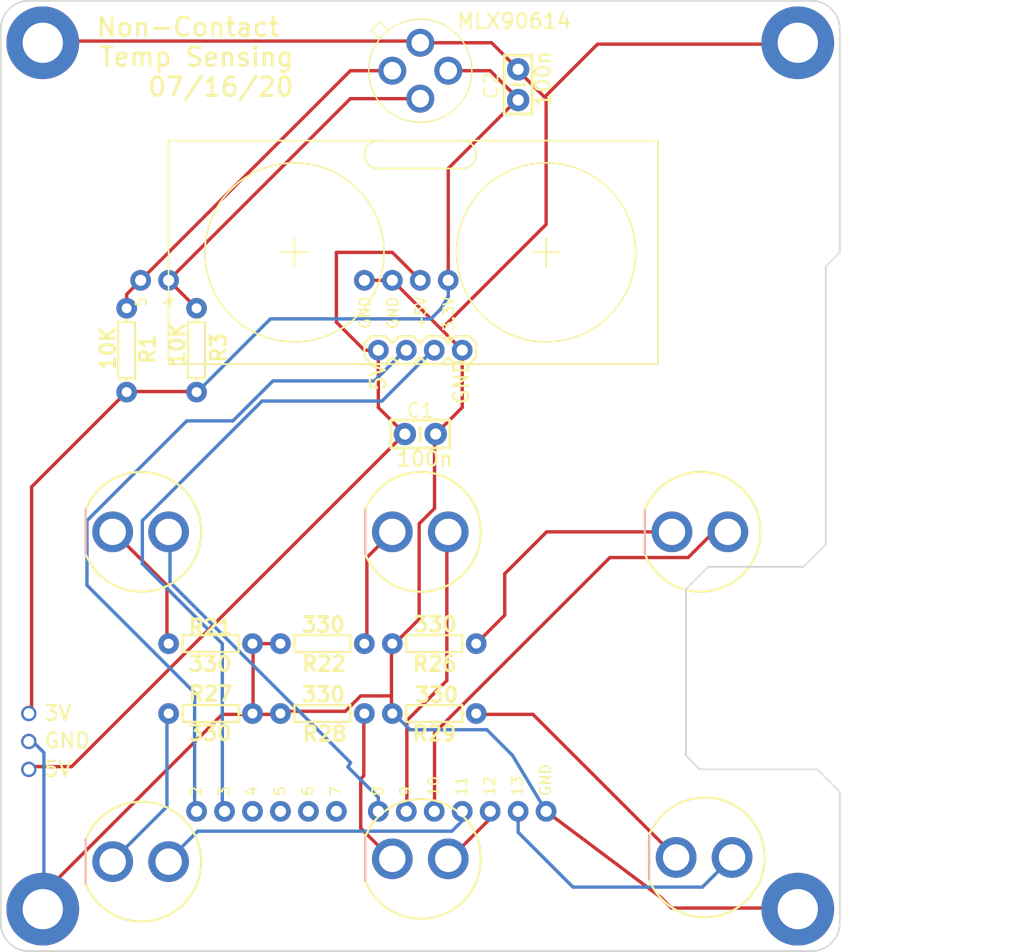
<source format=kicad_pcb>
(kicad_pcb (version 20171130) (host pcbnew "(5.1.5)-3")

  (general
    (thickness 1.6)
    (drawings 46)
    (tracks 166)
    (zones 0)
    (modules 26)
    (nets 24)
  )

  (page A4)
  (layers
    (0 Top signal)
    (31 Bottom signal)
    (32 B.Adhes user)
    (33 F.Adhes user)
    (34 B.Paste user)
    (35 F.Paste user)
    (36 B.SilkS user)
    (37 F.SilkS user)
    (38 B.Mask user)
    (39 F.Mask user)
    (40 Dwgs.User user)
    (41 Cmts.User user)
    (42 Eco1.User user)
    (43 Eco2.User user)
    (44 Edge.Cuts user)
    (45 Margin user)
    (46 B.CrtYd user)
    (47 F.CrtYd user)
    (48 B.Fab user)
    (49 F.Fab user)
  )

  (setup
    (last_trace_width 0.25)
    (trace_clearance 0.2)
    (zone_clearance 0.508)
    (zone_45_only no)
    (trace_min 0.2)
    (via_size 0.8)
    (via_drill 0.4)
    (via_min_size 0.4)
    (via_min_drill 0.3)
    (uvia_size 0.3)
    (uvia_drill 0.1)
    (uvias_allowed no)
    (uvia_min_size 0.2)
    (uvia_min_drill 0.1)
    (edge_width 0.05)
    (segment_width 0.2)
    (pcb_text_width 0.3)
    (pcb_text_size 1.5 1.5)
    (mod_edge_width 0.12)
    (mod_text_size 1 1)
    (mod_text_width 0.15)
    (pad_size 1.524 1.524)
    (pad_drill 0.762)
    (pad_to_mask_clearance 0.051)
    (solder_mask_min_width 0.25)
    (aux_axis_origin 0 0)
    (visible_elements FFFFFF7F)
    (pcbplotparams
      (layerselection 0x010fc_ffffffff)
      (usegerberextensions false)
      (usegerberattributes false)
      (usegerberadvancedattributes false)
      (creategerberjobfile false)
      (excludeedgelayer true)
      (linewidth 0.100000)
      (plotframeref false)
      (viasonmask false)
      (mode 1)
      (useauxorigin false)
      (hpglpennumber 1)
      (hpglpenspeed 20)
      (hpglpendiameter 15.000000)
      (psnegative false)
      (psa4output false)
      (plotreference true)
      (plotvalue true)
      (plotinvisibletext false)
      (padsonsilk false)
      (subtractmaskfromsilk false)
      (outputformat 1)
      (mirror false)
      (drillshape 1)
      (scaleselection 1)
      (outputdirectory ""))
  )

  (net 0 "")
  (net 1 3.3V)
  (net 2 GND)
  (net 3 5V)
  (net 4 /TRIG)
  (net 5 /ECHO)
  (net 6 "Net-(D1-PadC)")
  (net 7 /D8)
  (net 8 "Net-(D3-PadC)")
  (net 9 /D10)
  (net 10 "Net-(D4-PadC)")
  (net 11 /D11)
  (net 12 "Net-(D5-PadC)")
  (net 13 /D12)
  (net 14 "Net-(D6-PadC)")
  (net 15 /D13)
  (net 16 "Net-(D2-PadC)")
  (net 17 /D9)
  (net 18 /SDA)
  (net 19 /SCL)
  (net 20 "Net-(U$15-PadD7)")
  (net 21 "Net-(U$15-PadD6)")
  (net 22 "Net-(U$15-PadD5)")
  (net 23 "Net-(U$15-PadD4)")

  (net_class Default "This is the default net class."
    (clearance 0.2)
    (trace_width 0.25)
    (via_dia 0.8)
    (via_drill 0.4)
    (uvia_dia 0.3)
    (uvia_drill 0.1)
    (add_net /D10)
    (add_net /D11)
    (add_net /D12)
    (add_net /D13)
    (add_net /D8)
    (add_net /D9)
    (add_net /ECHO)
    (add_net /SCL)
    (add_net /SDA)
    (add_net /TRIG)
    (add_net 3.3V)
    (add_net 5V)
    (add_net GND)
    (add_net "Net-(D1-PadC)")
    (add_net "Net-(D2-PadC)")
    (add_net "Net-(D3-PadC)")
    (add_net "Net-(D4-PadC)")
    (add_net "Net-(D5-PadC)")
    (add_net "Net-(D6-PadC)")
    (add_net "Net-(U$15-PadD4)")
    (add_net "Net-(U$15-PadD5)")
    (add_net "Net-(U$15-PadD6)")
    (add_net "Net-(U$15-PadD7)")
  )

  (module temp_sensing:1X01-40MILL (layer Top) (tedit 0) (tstamp 5F1111BE)
    (at 112.9411 129.1336 270)
    (descr "made the hole size 0.038 or 38mill instead of the standard 40mill and the diamter 55mil in leiu of ~70mill standard")
    (path /BD08BF3C)
    (fp_text reference U$31 (at 0 0 270) (layer F.SilkS) hide
      (effects (font (size 1.27 1.27) (thickness 0.15)) (justify right top))
    )
    (fp_text value CONN_0138MILL (at 0 0 270) (layer F.SilkS) hide
      (effects (font (size 1.27 1.27) (thickness 0.15)) (justify right top))
    )
    (fp_poly (pts (xy -0.254 0.254) (xy 0.254 0.254) (xy 0.254 -0.254) (xy -0.254 -0.254)) (layer F.Fab) (width 0))
    (pad 1 thru_hole circle (at 0 0) (size 1.397 1.397) (drill 0.9652) (layers *.Cu *.Mask)
      (net 2 GND) (solder_mask_margin 0.0762))
  )

  (module temp_sensing:1X01-40MILL (layer Top) (tedit 0) (tstamp 5F1111C3)
    (at 112.9411 126.5936 270)
    (descr "made the hole size 0.038 or 38mill instead of the standard 40mill and the diamter 55mil in leiu of ~70mill standard")
    (path /A9A82E2E)
    (fp_text reference U$20 (at 0 0 270) (layer F.SilkS) hide
      (effects (font (size 1.27 1.27) (thickness 0.15)) (justify right top))
    )
    (fp_text value CONN_0138MILL (at 0 0 270) (layer F.SilkS) hide
      (effects (font (size 1.27 1.27) (thickness 0.15)) (justify right top))
    )
    (fp_poly (pts (xy -0.254 0.254) (xy 0.254 0.254) (xy 0.254 -0.254) (xy -0.254 -0.254)) (layer F.Fab) (width 0))
    (pad 1 thru_hole circle (at 0 0) (size 1.397 1.397) (drill 0.9652) (layers *.Cu *.Mask)
      (net 1 3.3V) (solder_mask_margin 0.0762))
  )

  (module temp_sensing:1X01-40MILL (layer Top) (tedit 0) (tstamp 5F1111C8)
    (at 112.9411 131.6736)
    (descr "made the hole size 0.038 or 38mill instead of the standard 40mill and the diamter 55mil in leiu of ~70mill standard")
    (path /072A72F1)
    (fp_text reference U$59 (at 0 0) (layer F.SilkS) hide
      (effects (font (size 1.27 1.27) (thickness 0.15)))
    )
    (fp_text value CONN_0138MILL (at 0 0) (layer F.SilkS) hide
      (effects (font (size 1.27 1.27) (thickness 0.15)))
    )
    (fp_poly (pts (xy -0.254 0.254) (xy 0.254 0.254) (xy 0.254 -0.254) (xy -0.254 -0.254)) (layer F.Fab) (width 0))
    (pad 1 thru_hole circle (at 0 0 90) (size 1.397 1.397) (drill 0.9652) (layers *.Cu *.Mask)
      (net 3 5V) (solder_mask_margin 0.0762))
  )

  (module temp_sensing:1X01-#6_MACHINE (layer Top) (tedit 0) (tstamp 5F1111CD)
    (at 182.7911 65.6336)
    (path /816C3D6F)
    (fp_text reference U$63 (at 0 0) (layer F.SilkS) hide
      (effects (font (size 1.27 1.27) (thickness 0.15)))
    )
    (fp_text value CONN_01 (at 0 0) (layer F.SilkS) hide
      (effects (font (size 1.27 1.27) (thickness 0.15)))
    )
    (pad 1 thru_hole circle (at 0 0) (size 6.604 6.604) (drill 3.6576) (layers *.Cu *.Mask)
      (net 2 GND) (solder_mask_margin 0.0762))
  )

  (module temp_sensing:1X01-#6_MACHINE (layer Top) (tedit 0) (tstamp 5F1111D1)
    (at 114.2111 144.3736)
    (path /E60C17AF)
    (fp_text reference U$64 (at 0 0) (layer F.SilkS) hide
      (effects (font (size 1.27 1.27) (thickness 0.15)))
    )
    (fp_text value CONN_01 (at 0 0) (layer F.SilkS) hide
      (effects (font (size 1.27 1.27) (thickness 0.15)))
    )
    (pad 1 thru_hole circle (at 0 0) (size 6.604 6.604) (drill 3.6576) (layers *.Cu *.Mask)
      (net 2 GND) (solder_mask_margin 0.0762))
  )

  (module temp_sensing:1X01-#6_MACHINE (layer Top) (tedit 0) (tstamp 5F1111D5)
    (at 114.2111 65.6336)
    (path /92CBB1CF)
    (fp_text reference U$65 (at 0 0) (layer F.SilkS) hide
      (effects (font (size 1.27 1.27) (thickness 0.15)))
    )
    (fp_text value CONN_01 (at 0 0) (layer F.SilkS) hide
      (effects (font (size 1.27 1.27) (thickness 0.15)))
    )
    (pad 1 thru_hole circle (at 0 0) (size 6.604 6.604) (drill 3.6576) (layers *.Cu *.Mask)
      (net 2 GND) (solder_mask_margin 0.0762))
  )

  (module temp_sensing:1X01-#6_MACHINE (layer Top) (tedit 0) (tstamp 5F1111D9)
    (at 182.7911 144.3736)
    (path /32421C70)
    (fp_text reference U$66 (at 0 0) (layer F.SilkS) hide
      (effects (font (size 1.27 1.27) (thickness 0.15)))
    )
    (fp_text value CONN_01 (at 0 0) (layer F.SilkS) hide
      (effects (font (size 1.27 1.27) (thickness 0.15)))
    )
    (pad 1 thru_hole circle (at 0 0) (size 6.604 6.604) (drill 3.6576) (layers *.Cu *.Mask)
      (net 2 GND) (solder_mask_margin 0.0762))
  )

  (module temp_sensing:1X04 (layer Top) (tedit 0) (tstamp 5F1111DD)
    (at 152.3111 93.5736 180)
    (descr "<h3>Plated Through Hole - 4 Pin</h3>\n<p>Specifications:\n<ul><li>Pin count:4</li>\n<li>Pin pitch:0.1\"</li>\n</ul></p>\n<p>Example device(s):\n<ul><li>CONN_04</li>\n</ul></p>")
    (path /B665FDA9)
    (fp_text reference J3 (at -1.27 -1.397 180) (layer F.SilkS) hide
      (effects (font (size 0.57912 0.57912) (thickness 0.12192)) (justify right top))
    )
    (fp_text value CONN_04PTH (at -1.27 2.032) (layer F.Fab)
      (effects (font (size 0.57912 0.57912) (thickness 0.115824)) (justify left bottom))
    )
    (fp_poly (pts (xy -0.254 0.254) (xy 0.254 0.254) (xy 0.254 -0.254) (xy -0.254 -0.254)) (layer F.Fab) (width 0))
    (fp_poly (pts (xy 2.286 0.254) (xy 2.794 0.254) (xy 2.794 -0.254) (xy 2.286 -0.254)) (layer F.Fab) (width 0))
    (fp_poly (pts (xy 4.826 0.254) (xy 5.334 0.254) (xy 5.334 -0.254) (xy 4.826 -0.254)) (layer F.Fab) (width 0))
    (fp_poly (pts (xy 7.366 0.254) (xy 7.874 0.254) (xy 7.874 -0.254) (xy 7.366 -0.254)) (layer F.Fab) (width 0))
    (fp_line (start 8.89 -0.635) (end 8.89 0.635) (layer F.SilkS) (width 0.2032))
    (fp_line (start 0.635 1.27) (end -0.635 1.27) (layer F.SilkS) (width 0.2032))
    (fp_line (start -1.27 0.635) (end -0.635 1.27) (layer F.SilkS) (width 0.2032))
    (fp_line (start -0.635 -1.27) (end -1.27 -0.635) (layer F.SilkS) (width 0.2032))
    (fp_line (start -1.27 -0.635) (end -1.27 0.635) (layer F.SilkS) (width 0.2032))
    (fp_line (start 1.905 1.27) (end 1.27 0.635) (layer F.SilkS) (width 0.2032))
    (fp_line (start 3.175 1.27) (end 1.905 1.27) (layer F.SilkS) (width 0.2032))
    (fp_line (start 3.81 0.635) (end 3.175 1.27) (layer F.SilkS) (width 0.2032))
    (fp_line (start 3.175 -1.27) (end 3.81 -0.635) (layer F.SilkS) (width 0.2032))
    (fp_line (start 1.905 -1.27) (end 3.175 -1.27) (layer F.SilkS) (width 0.2032))
    (fp_line (start 1.27 -0.635) (end 1.905 -1.27) (layer F.SilkS) (width 0.2032))
    (fp_line (start 1.27 0.635) (end 0.635 1.27) (layer F.SilkS) (width 0.2032))
    (fp_line (start 0.635 -1.27) (end 1.27 -0.635) (layer F.SilkS) (width 0.2032))
    (fp_line (start -0.635 -1.27) (end 0.635 -1.27) (layer F.SilkS) (width 0.2032))
    (fp_line (start 8.255 1.27) (end 6.985 1.27) (layer F.SilkS) (width 0.2032))
    (fp_line (start 6.35 0.635) (end 6.985 1.27) (layer F.SilkS) (width 0.2032))
    (fp_line (start 6.985 -1.27) (end 6.35 -0.635) (layer F.SilkS) (width 0.2032))
    (fp_line (start 4.445 1.27) (end 3.81 0.635) (layer F.SilkS) (width 0.2032))
    (fp_line (start 5.715 1.27) (end 4.445 1.27) (layer F.SilkS) (width 0.2032))
    (fp_line (start 6.35 0.635) (end 5.715 1.27) (layer F.SilkS) (width 0.2032))
    (fp_line (start 5.715 -1.27) (end 6.35 -0.635) (layer F.SilkS) (width 0.2032))
    (fp_line (start 4.445 -1.27) (end 5.715 -1.27) (layer F.SilkS) (width 0.2032))
    (fp_line (start 3.81 -0.635) (end 4.445 -1.27) (layer F.SilkS) (width 0.2032))
    (fp_line (start 8.89 0.635) (end 8.255 1.27) (layer F.SilkS) (width 0.2032))
    (fp_line (start 8.255 -1.27) (end 8.89 -0.635) (layer F.SilkS) (width 0.2032))
    (fp_line (start 6.985 -1.27) (end 8.255 -1.27) (layer F.SilkS) (width 0.2032))
    (pad 4 thru_hole circle (at 7.62 0 270) (size 1.8796 1.8796) (drill 1.016) (layers *.Cu *.Mask)
      (net 3 5V) (solder_mask_margin 0.0762))
    (pad 3 thru_hole circle (at 5.08 0 270) (size 1.8796 1.8796) (drill 1.016) (layers *.Cu *.Mask)
      (net 4 /TRIG) (solder_mask_margin 0.0762))
    (pad 2 thru_hole circle (at 2.54 0 270) (size 1.8796 1.8796) (drill 1.016) (layers *.Cu *.Mask)
      (net 5 /ECHO) (solder_mask_margin 0.0762))
    (pad 1 thru_hole circle (at 0 0 270) (size 1.8796 1.8796) (drill 1.016) (layers *.Cu *.Mask)
      (net 2 GND) (solder_mask_margin 0.0762))
    (model ${KISYS3DMOD}/micro_controllers/HC-SR04.STEP
      (offset (xyz 3.81 -8.890000000000001 3.048))
      (scale (xyz 1 1 1))
      (rotate (xyz -90 0 180))
    )
  )

  (module temp_sensing:LED_10MM (layer Top) (tedit 0) (tstamp 5F111202)
    (at 123.1011 110.0836)
    (descr "<B>LED 10mm PTH</B><p>\n10 mm, round\n<p>Specifications:\n<ul><li>Pin count: 2</li>\n<li>Pin pitch: 0.2inch</li>\n<li>Diameter: 10mm</li>\n</ul></p>\n<p>Example device(s):\n<ul><li>LED</li>")
    (path /C78C3FBD)
    (fp_text reference D1 (at 0 -5.715) (layer F.SilkS) hide
      (effects (font (size 0.57912 0.57912) (thickness 0.12192)) (justify bottom))
    )
    (fp_text value LED10MM (at 0 5.715) (layer F.Fab)
      (effects (font (size 0.57912 0.57912) (thickness 0.115824)) (justify top))
    )
    (fp_line (start -5 -2) (end -5 2) (layer F.Fab) (width 0.2032))
    (fp_line (start -5 -2) (end -5 2) (layer B.SilkS) (width 0.2032))
    (fp_text user S (at -2.921 -2.54) (layer F.Fab)
      (effects (font (size 0.9652 0.9652) (thickness 0.1524)) (justify left bottom))
    )
    (fp_text user L (at 2.159 -2.54) (layer F.Fab)
      (effects (font (size 0.9652 0.9652) (thickness 0.1524)) (justify left bottom))
    )
    (fp_line (start -5 -2) (end -5 2) (layer F.SilkS) (width 0.2032))
    (fp_arc (start 0.059499 0) (end -5 2) (angle -316.862624) (layer F.SilkS) (width 0.2032))
    (pad C thru_hole circle (at -2.54 0) (size 3.7 3.7) (drill 2.4) (layers *.Cu *.Mask)
      (net 6 "Net-(D1-PadC)") (solder_mask_margin 0.0762))
    (pad A thru_hole circle (at 2.54 0) (size 3.7 3.7) (drill 2.4) (layers *.Cu *.Mask)
      (net 7 /D8) (solder_mask_margin 0.0762))
    (model ${KISYS3DMOD}/LED_THT.3dshapes/LED_D5.0mm_Clear.wrl
      (offset (xyz -2.286 0 -3.81))
      (scale (xyz 1.8 1.8 1.2))
      (rotate (xyz 0 0 0))
    )
  )

  (module temp_sensing:LED_10MM (layer Top) (tedit 0) (tstamp 5F11120D)
    (at 173.9011 110.0836)
    (descr "<B>LED 10mm PTH</B><p>\n10 mm, round\n<p>Specifications:\n<ul><li>Pin count: 2</li>\n<li>Pin pitch: 0.2inch</li>\n<li>Diameter: 10mm</li>\n</ul></p>\n<p>Example device(s):\n<ul><li>LED</li>")
    (path /93886C31)
    (fp_text reference D3 (at 0 -5.715) (layer F.SilkS) hide
      (effects (font (size 0.57912 0.57912) (thickness 0.12192)) (justify bottom))
    )
    (fp_text value LED10MM (at 0 5.715) (layer F.Fab)
      (effects (font (size 0.57912 0.57912) (thickness 0.115824)) (justify top))
    )
    (fp_line (start -5 -2) (end -5 2) (layer F.Fab) (width 0.2032))
    (fp_line (start -5 -2) (end -5 2) (layer B.SilkS) (width 0.2032))
    (fp_text user S (at -2.921 -2.54) (layer F.Fab)
      (effects (font (size 0.9652 0.9652) (thickness 0.1524)) (justify left bottom))
    )
    (fp_text user L (at 2.159 -2.54) (layer F.Fab)
      (effects (font (size 0.9652 0.9652) (thickness 0.1524)) (justify left bottom))
    )
    (fp_line (start -5 -2) (end -5 2) (layer F.SilkS) (width 0.2032))
    (fp_arc (start 0.059499 0) (end -5 2) (angle -316.862624) (layer F.SilkS) (width 0.2032))
    (pad C thru_hole circle (at -2.54 0) (size 3.7 3.7) (drill 2.4) (layers *.Cu *.Mask)
      (net 8 "Net-(D3-PadC)") (solder_mask_margin 0.0762))
    (pad A thru_hole circle (at 2.54 0) (size 3.7 3.7) (drill 2.4) (layers *.Cu *.Mask)
      (net 9 /D10) (solder_mask_margin 0.0762))
    (model ${KISYS3DMOD}/LED_THT.3dshapes/LED_D5.0mm_Clear.wrl
      (offset (xyz -2.286 0 -3.81))
      (scale (xyz 1.8 1.8 1.2))
      (rotate (xyz 0 0 0))
    )
  )

  (module temp_sensing:LED_10MM (layer Top) (tedit 0) (tstamp 5F111218)
    (at 123.1011 140.0556)
    (descr "<B>LED 10mm PTH</B><p>\n10 mm, round\n<p>Specifications:\n<ul><li>Pin count: 2</li>\n<li>Pin pitch: 0.2inch</li>\n<li>Diameter: 10mm</li>\n</ul></p>\n<p>Example device(s):\n<ul><li>LED</li>")
    (path /04403A79)
    (fp_text reference D4 (at 0 -5.715) (layer F.SilkS) hide
      (effects (font (size 0.57912 0.57912) (thickness 0.12192)) (justify bottom))
    )
    (fp_text value LED10MM (at 0 5.715) (layer F.Fab)
      (effects (font (size 0.57912 0.57912) (thickness 0.115824)) (justify top))
    )
    (fp_line (start -5 -2) (end -5 2) (layer F.Fab) (width 0.2032))
    (fp_line (start -5 -2) (end -5 2) (layer B.SilkS) (width 0.2032))
    (fp_text user S (at -2.921 -2.54) (layer F.Fab)
      (effects (font (size 0.9652 0.9652) (thickness 0.1524)) (justify left bottom))
    )
    (fp_text user L (at 2.159 -2.54) (layer F.Fab)
      (effects (font (size 0.9652 0.9652) (thickness 0.1524)) (justify left bottom))
    )
    (fp_line (start -5 -2) (end -5 2) (layer F.SilkS) (width 0.2032))
    (fp_arc (start 0.059499 0) (end -5 2) (angle -316.862624) (layer F.SilkS) (width 0.2032))
    (pad C thru_hole circle (at -2.54 0) (size 3.7 3.7) (drill 2.4) (layers *.Cu *.Mask)
      (net 10 "Net-(D4-PadC)") (solder_mask_margin 0.0762))
    (pad A thru_hole circle (at 2.54 0) (size 3.7 3.7) (drill 2.4) (layers *.Cu *.Mask)
      (net 11 /D11) (solder_mask_margin 0.0762))
    (model ${KISYS3DMOD}/LED_THT.3dshapes/LED_D5.0mm_Clear.wrl
      (offset (xyz -2.286 0 -3.81))
      (scale (xyz 1.8 1.8 1.2))
      (rotate (xyz 0 0 0))
    )
  )

  (module temp_sensing:LED_10MM (layer Top) (tedit 0) (tstamp 5F111223)
    (at 148.5011 139.8016)
    (descr "<B>LED 10mm PTH</B><p>\n10 mm, round\n<p>Specifications:\n<ul><li>Pin count: 2</li>\n<li>Pin pitch: 0.2inch</li>\n<li>Diameter: 10mm</li>\n</ul></p>\n<p>Example device(s):\n<ul><li>LED</li>")
    (path /A8F36FED)
    (fp_text reference D5 (at 0 -5.715) (layer F.SilkS) hide
      (effects (font (size 0.57912 0.57912) (thickness 0.12192)) (justify bottom))
    )
    (fp_text value LED10MM (at 0 5.715) (layer F.Fab)
      (effects (font (size 0.57912 0.57912) (thickness 0.115824)) (justify top))
    )
    (fp_line (start -5 -2) (end -5 2) (layer F.Fab) (width 0.2032))
    (fp_line (start -5 -2) (end -5 2) (layer B.SilkS) (width 0.2032))
    (fp_text user S (at -2.921 -2.54) (layer F.Fab)
      (effects (font (size 0.9652 0.9652) (thickness 0.1524)) (justify left bottom))
    )
    (fp_text user L (at 2.159 -2.54) (layer F.Fab)
      (effects (font (size 0.9652 0.9652) (thickness 0.1524)) (justify left bottom))
    )
    (fp_line (start -5 -2) (end -5 2) (layer F.SilkS) (width 0.2032))
    (fp_arc (start 0.059499 0) (end -5 2) (angle -316.862624) (layer F.SilkS) (width 0.2032))
    (pad C thru_hole circle (at -2.54 0) (size 3.7 3.7) (drill 2.4) (layers *.Cu *.Mask)
      (net 12 "Net-(D5-PadC)") (solder_mask_margin 0.0762))
    (pad A thru_hole circle (at 2.54 0) (size 3.7 3.7) (drill 2.4) (layers *.Cu *.Mask)
      (net 13 /D12) (solder_mask_margin 0.0762))
    (model ${KISYS3DMOD}/LED_THT.3dshapes/LED_D5.0mm_Clear.wrl
      (offset (xyz -2.286 0 -3.81))
      (scale (xyz 1.8 1.8 1.2))
      (rotate (xyz 0 0 0))
    )
  )

  (module temp_sensing:LED_10MM (layer Top) (tedit 0) (tstamp 5F11122E)
    (at 174.2821 139.6746)
    (descr "<B>LED 10mm PTH</B><p>\n10 mm, round\n<p>Specifications:\n<ul><li>Pin count: 2</li>\n<li>Pin pitch: 0.2inch</li>\n<li>Diameter: 10mm</li>\n</ul></p>\n<p>Example device(s):\n<ul><li>LED</li>")
    (path /8D7F21E8)
    (fp_text reference D6 (at 0 -5.715) (layer F.SilkS) hide
      (effects (font (size 0.57912 0.57912) (thickness 0.12192)) (justify bottom))
    )
    (fp_text value LED10MM (at 0 5.715) (layer F.Fab)
      (effects (font (size 0.57912 0.57912) (thickness 0.115824)) (justify top))
    )
    (fp_line (start -5 -2) (end -5 2) (layer F.Fab) (width 0.2032))
    (fp_line (start -5 -2) (end -5 2) (layer B.SilkS) (width 0.2032))
    (fp_text user S (at -2.921 -2.54) (layer F.Fab)
      (effects (font (size 0.9652 0.9652) (thickness 0.1524)) (justify left bottom))
    )
    (fp_text user L (at 2.159 -2.54) (layer F.Fab)
      (effects (font (size 0.9652 0.9652) (thickness 0.1524)) (justify left bottom))
    )
    (fp_line (start -5 -2) (end -5 2) (layer F.SilkS) (width 0.2032))
    (fp_arc (start 0.059499 0) (end -5 2) (angle -316.862624) (layer F.SilkS) (width 0.2032))
    (pad C thru_hole circle (at -2.54 0) (size 3.7 3.7) (drill 2.4) (layers *.Cu *.Mask)
      (net 14 "Net-(D6-PadC)") (solder_mask_margin 0.0762))
    (pad A thru_hole circle (at 2.54 0) (size 3.7 3.7) (drill 2.4) (layers *.Cu *.Mask)
      (net 15 /D13) (solder_mask_margin 0.0762))
    (model ${KISYS3DMOD}/LED_THT.3dshapes/LED_D5.0mm_Clear.wrl
      (offset (xyz -2.286 0 -3.81))
      (scale (xyz 1.8 1.8 1.2))
      (rotate (xyz 0 0 0))
    )
  )

  (module temp_sensing:LED_10MM (layer Top) (tedit 0) (tstamp 5F111239)
    (at 148.5011 110.0836)
    (descr "<B>LED 10mm PTH</B><p>\n10 mm, round\n<p>Specifications:\n<ul><li>Pin count: 2</li>\n<li>Pin pitch: 0.2inch</li>\n<li>Diameter: 10mm</li>\n</ul></p>\n<p>Example device(s):\n<ul><li>LED</li>")
    (path /0CADE672)
    (fp_text reference D2 (at 0 -5.715) (layer F.SilkS) hide
      (effects (font (size 0.57912 0.57912) (thickness 0.12192)) (justify bottom))
    )
    (fp_text value LED10MM (at 0 5.715) (layer F.Fab)
      (effects (font (size 0.57912 0.57912) (thickness 0.115824)) (justify top))
    )
    (fp_line (start -5 -2) (end -5 2) (layer F.Fab) (width 0.2032))
    (fp_line (start -5 -2) (end -5 2) (layer B.SilkS) (width 0.2032))
    (fp_text user S (at -2.921 -2.54) (layer F.Fab)
      (effects (font (size 0.9652 0.9652) (thickness 0.1524)) (justify left bottom))
    )
    (fp_text user L (at 2.159 -2.54) (layer F.Fab)
      (effects (font (size 0.9652 0.9652) (thickness 0.1524)) (justify left bottom))
    )
    (fp_line (start -5 -2) (end -5 2) (layer F.SilkS) (width 0.2032))
    (fp_arc (start 0.059499 0) (end -5 2) (angle -316.862624) (layer F.SilkS) (width 0.2032))
    (pad C thru_hole circle (at -2.54 0) (size 3.7 3.7) (drill 2.4) (layers *.Cu *.Mask)
      (net 16 "Net-(D2-PadC)") (solder_mask_margin 0.0762))
    (pad A thru_hole circle (at 2.54 0) (size 3.7 3.7) (drill 2.4) (layers *.Cu *.Mask)
      (net 17 /D9) (solder_mask_margin 0.0762))
    (model ${KISYS3DMOD}/LED_THT.3dshapes/LED_D5.0mm_Clear.wrl
      (offset (xyz -2.286 0 -3.81))
      (scale (xyz 1.8 1.8 1.2))
      (rotate (xyz 0 0 0))
    )
  )

  (module temp_sensing:AXIAL-0.3 (layer Top) (tedit 0) (tstamp 5F111244)
    (at 129.4511 120.2436)
    (descr "<h3>AXIAL-0.3</h3>\n<p>Commonly used for 1/4W through-hole resistors. 0.3\" pitch between holes.</p>")
    (path /BDD8892F)
    (fp_text reference R21 (at 0 -1.4986) (layer F.SilkS)
      (effects (font (size 1.35128 1.35128) (thickness 0.270256)))
    )
    (fp_text value 330 (at -0.034278 1.839099) (layer F.SilkS)
      (effects (font (size 1.35128 1.35128) (thickness 0.270256)))
    )
    (fp_text user >Value (at 0 1.016) (layer F.Fab) hide
      (effects (font (size 0.57912 0.57912) (thickness 0.12192)) (justify top))
    )
    (fp_text user >Name (at 0 -1.016) (layer F.SilkS) hide
      (effects (font (size 0.57912 0.57912) (thickness 0.12192)) (justify bottom))
    )
    (fp_line (start -2.54 0) (end -2.794 0) (layer F.SilkS) (width 0.2032))
    (fp_line (start 2.54 0) (end 2.794 0) (layer F.SilkS) (width 0.2032))
    (fp_line (start -2.54 0) (end -2.54 -0.762) (layer F.SilkS) (width 0.2032))
    (fp_line (start -2.54 0.762) (end -2.54 0) (layer F.SilkS) (width 0.2032))
    (fp_line (start 2.54 0.762) (end -2.54 0.762) (layer F.SilkS) (width 0.2032))
    (fp_line (start 2.54 0) (end 2.54 0.762) (layer F.SilkS) (width 0.2032))
    (fp_line (start 2.54 -0.762) (end 2.54 0) (layer F.SilkS) (width 0.2032))
    (fp_line (start -2.54 -0.762) (end 2.54 -0.762) (layer F.SilkS) (width 0.2032))
    (pad P$2 thru_hole circle (at 3.81 0) (size 1.8796 1.8796) (drill 0.9) (layers *.Cu *.Mask)
      (net 2 GND) (solder_mask_margin 0.0762))
    (pad P$1 thru_hole circle (at -3.81 0) (size 1.8796 1.8796) (drill 0.9) (layers *.Cu *.Mask)
      (net 6 "Net-(D1-PadC)") (solder_mask_margin 0.0762))
    (model ${KISYS3DMOD}/Resistor_THT.3dshapes/R_Axial_DIN0204_L3.6mm_D1.6mm_P7.62mm_Horizontal.step
      (offset (xyz -3.81 0 0))
      (scale (xyz 1 1 1))
      (rotate (xyz 0 0 0))
    )
  )

  (module temp_sensing:AXIAL-0.3 (layer Top) (tedit 0) (tstamp 5F111253)
    (at 139.6111 120.2436 180)
    (descr "<h3>AXIAL-0.3</h3>\n<p>Commonly used for 1/4W through-hole resistors. 0.3\" pitch between holes.</p>")
    (path /1750E397)
    (fp_text reference R22 (at -0.1385 -1.833366) (layer F.SilkS)
      (effects (font (size 1.35128 1.35128) (thickness 0.270256)))
    )
    (fp_text value 330 (at -0.082914 1.716218) (layer F.SilkS)
      (effects (font (size 1.35128 1.35128) (thickness 0.270256)))
    )
    (fp_text user >Value (at 0 1.016 180) (layer F.Fab) hide
      (effects (font (size 0.57912 0.57912) (thickness 0.12192)) (justify top))
    )
    (fp_text user >Name (at 0 -1.016 180) (layer F.SilkS) hide
      (effects (font (size 0.57912 0.57912) (thickness 0.12192)) (justify bottom))
    )
    (fp_line (start -2.54 0) (end -2.794 0) (layer F.SilkS) (width 0.2032))
    (fp_line (start 2.54 0) (end 2.794 0) (layer F.SilkS) (width 0.2032))
    (fp_line (start -2.54 0) (end -2.54 -0.762) (layer F.SilkS) (width 0.2032))
    (fp_line (start -2.54 0.762) (end -2.54 0) (layer F.SilkS) (width 0.2032))
    (fp_line (start 2.54 0.762) (end -2.54 0.762) (layer F.SilkS) (width 0.2032))
    (fp_line (start 2.54 0) (end 2.54 0.762) (layer F.SilkS) (width 0.2032))
    (fp_line (start 2.54 -0.762) (end 2.54 0) (layer F.SilkS) (width 0.2032))
    (fp_line (start -2.54 -0.762) (end 2.54 -0.762) (layer F.SilkS) (width 0.2032))
    (pad P$2 thru_hole circle (at 3.81 0 180) (size 1.8796 1.8796) (drill 0.9) (layers *.Cu *.Mask)
      (net 2 GND) (solder_mask_margin 0.0762))
    (pad P$1 thru_hole circle (at -3.81 0 180) (size 1.8796 1.8796) (drill 0.9) (layers *.Cu *.Mask)
      (net 16 "Net-(D2-PadC)") (solder_mask_margin 0.0762))
    (model ${KISYS3DMOD}/Resistor_THT.3dshapes/R_Axial_DIN0204_L3.6mm_D1.6mm_P7.62mm_Horizontal.step
      (offset (xyz -3.81 0 0))
      (scale (xyz 1 1 1))
      (rotate (xyz 0 0 0))
    )
  )

  (module temp_sensing:AXIAL-0.3 (layer Top) (tedit 0) (tstamp 5F111262)
    (at 149.7711 120.2436 180)
    (descr "<h3>AXIAL-0.3</h3>\n<p>Commonly used for 1/4W through-hole resistors. 0.3\" pitch between holes.</p>")
    (path /E8B1EA1A)
    (fp_text reference R26 (at -0.052456 -1.840064) (layer F.SilkS)
      (effects (font (size 1.35128 1.35128) (thickness 0.270256)))
    )
    (fp_text value 330 (at -0.085014 1.757562) (layer F.SilkS)
      (effects (font (size 1.35128 1.35128) (thickness 0.270256)))
    )
    (fp_text user >Value (at 0 1.016 180) (layer F.Fab) hide
      (effects (font (size 0.57912 0.57912) (thickness 0.12192)) (justify top))
    )
    (fp_text user >Name (at 0 -1.016 180) (layer F.SilkS) hide
      (effects (font (size 0.57912 0.57912) (thickness 0.12192)) (justify bottom))
    )
    (fp_line (start -2.54 0) (end -2.794 0) (layer F.SilkS) (width 0.2032))
    (fp_line (start 2.54 0) (end 2.794 0) (layer F.SilkS) (width 0.2032))
    (fp_line (start -2.54 0) (end -2.54 -0.762) (layer F.SilkS) (width 0.2032))
    (fp_line (start -2.54 0.762) (end -2.54 0) (layer F.SilkS) (width 0.2032))
    (fp_line (start 2.54 0.762) (end -2.54 0.762) (layer F.SilkS) (width 0.2032))
    (fp_line (start 2.54 0) (end 2.54 0.762) (layer F.SilkS) (width 0.2032))
    (fp_line (start 2.54 -0.762) (end 2.54 0) (layer F.SilkS) (width 0.2032))
    (fp_line (start -2.54 -0.762) (end 2.54 -0.762) (layer F.SilkS) (width 0.2032))
    (pad P$2 thru_hole circle (at 3.81 0 180) (size 1.8796 1.8796) (drill 0.9) (layers *.Cu *.Mask)
      (net 2 GND) (solder_mask_margin 0.0762))
    (pad P$1 thru_hole circle (at -3.81 0 180) (size 1.8796 1.8796) (drill 0.9) (layers *.Cu *.Mask)
      (net 8 "Net-(D3-PadC)") (solder_mask_margin 0.0762))
    (model ${KISYS3DMOD}/Resistor_THT.3dshapes/R_Axial_DIN0204_L3.6mm_D1.6mm_P7.62mm_Horizontal.step
      (offset (xyz -3.81 0 0))
      (scale (xyz 1 1 1))
      (rotate (xyz 0 0 0))
    )
  )

  (module temp_sensing:AXIAL-0.3 (layer Top) (tedit 0) (tstamp 5F111271)
    (at 129.4511 126.5936)
    (descr "<h3>AXIAL-0.3</h3>\n<p>Commonly used for 1/4W through-hole resistors. 0.3\" pitch between holes.</p>")
    (path /E48B02A1)
    (fp_text reference R27 (at 0.004124 -1.798336) (layer F.SilkS)
      (effects (font (size 1.35128 1.35128) (thickness 0.270256)))
    )
    (fp_text value 330 (at -0.044712 1.78301) (layer F.SilkS)
      (effects (font (size 1.35128 1.35128) (thickness 0.270256)))
    )
    (fp_text user >Value (at 0 1.016) (layer F.Fab) hide
      (effects (font (size 0.57912 0.57912) (thickness 0.12192)) (justify top))
    )
    (fp_text user >Name (at 0 -1.016) (layer F.SilkS) hide
      (effects (font (size 0.57912 0.57912) (thickness 0.12192)) (justify bottom))
    )
    (fp_line (start -2.54 0) (end -2.794 0) (layer F.SilkS) (width 0.2032))
    (fp_line (start 2.54 0) (end 2.794 0) (layer F.SilkS) (width 0.2032))
    (fp_line (start -2.54 0) (end -2.54 -0.762) (layer F.SilkS) (width 0.2032))
    (fp_line (start -2.54 0.762) (end -2.54 0) (layer F.SilkS) (width 0.2032))
    (fp_line (start 2.54 0.762) (end -2.54 0.762) (layer F.SilkS) (width 0.2032))
    (fp_line (start 2.54 0) (end 2.54 0.762) (layer F.SilkS) (width 0.2032))
    (fp_line (start 2.54 -0.762) (end 2.54 0) (layer F.SilkS) (width 0.2032))
    (fp_line (start -2.54 -0.762) (end 2.54 -0.762) (layer F.SilkS) (width 0.2032))
    (pad P$2 thru_hole circle (at 3.81 0) (size 1.8796 1.8796) (drill 0.9) (layers *.Cu *.Mask)
      (net 2 GND) (solder_mask_margin 0.0762))
    (pad P$1 thru_hole circle (at -3.81 0) (size 1.8796 1.8796) (drill 0.9) (layers *.Cu *.Mask)
      (net 10 "Net-(D4-PadC)") (solder_mask_margin 0.0762))
    (model ${KISYS3DMOD}/Resistor_THT.3dshapes/R_Axial_DIN0204_L3.6mm_D1.6mm_P7.62mm_Horizontal.step
      (offset (xyz -3.81 0 0))
      (scale (xyz 1 1 1))
      (rotate (xyz 0 0 0))
    )
  )

  (module temp_sensing:AXIAL-0.3 (layer Top) (tedit 0) (tstamp 5F111280)
    (at 139.6111 126.5936 180)
    (descr "<h3>AXIAL-0.3</h3>\n<p>Commonly used for 1/4W through-hole resistors. 0.3\" pitch between holes.</p>")
    (path /183DAD8A)
    (fp_text reference R28 (at -0.198352 -1.844649) (layer F.SilkS)
      (effects (font (size 1.35128 1.35128) (thickness 0.270256)))
    )
    (fp_text value 330 (at -0.088577 1.736761) (layer F.SilkS)
      (effects (font (size 1.35128 1.35128) (thickness 0.270256)))
    )
    (fp_text user >Value (at 0 1.016 180) (layer F.Fab) hide
      (effects (font (size 0.57912 0.57912) (thickness 0.12192)) (justify top))
    )
    (fp_text user >Name (at 0 -1.016 180) (layer F.SilkS) hide
      (effects (font (size 0.57912 0.57912) (thickness 0.12192)) (justify bottom))
    )
    (fp_line (start -2.54 0) (end -2.794 0) (layer F.SilkS) (width 0.2032))
    (fp_line (start 2.54 0) (end 2.794 0) (layer F.SilkS) (width 0.2032))
    (fp_line (start -2.54 0) (end -2.54 -0.762) (layer F.SilkS) (width 0.2032))
    (fp_line (start -2.54 0.762) (end -2.54 0) (layer F.SilkS) (width 0.2032))
    (fp_line (start 2.54 0.762) (end -2.54 0.762) (layer F.SilkS) (width 0.2032))
    (fp_line (start 2.54 0) (end 2.54 0.762) (layer F.SilkS) (width 0.2032))
    (fp_line (start 2.54 -0.762) (end 2.54 0) (layer F.SilkS) (width 0.2032))
    (fp_line (start -2.54 -0.762) (end 2.54 -0.762) (layer F.SilkS) (width 0.2032))
    (pad P$2 thru_hole circle (at 3.81 0 180) (size 1.8796 1.8796) (drill 0.9) (layers *.Cu *.Mask)
      (net 2 GND) (solder_mask_margin 0.0762))
    (pad P$1 thru_hole circle (at -3.81 0 180) (size 1.8796 1.8796) (drill 0.9) (layers *.Cu *.Mask)
      (net 12 "Net-(D5-PadC)") (solder_mask_margin 0.0762))
    (model ${KISYS3DMOD}/Resistor_THT.3dshapes/R_Axial_DIN0204_L3.6mm_D1.6mm_P7.62mm_Horizontal.step
      (offset (xyz -3.81 0 0))
      (scale (xyz 1 1 1))
      (rotate (xyz 0 0 0))
    )
  )

  (module temp_sensing:AXIAL-0.3 (layer Top) (tedit 0) (tstamp 5F11128F)
    (at 149.7711 126.5936 180)
    (descr "<h3>AXIAL-0.3</h3>\n<p>Commonly used for 1/4W through-hole resistors. 0.3\" pitch between holes.</p>")
    (path /72B8E224)
    (fp_text reference R29 (at -0.011322 -1.819904) (layer F.SilkS)
      (effects (font (size 1.35128 1.35128) (thickness 0.270256)))
    )
    (fp_text value 330 (at -0.226203 1.701569) (layer F.SilkS)
      (effects (font (size 1.35128 1.35128) (thickness 0.270256)))
    )
    (fp_text user >Value (at 0 1.016 180) (layer F.Fab) hide
      (effects (font (size 0.57912 0.57912) (thickness 0.12192)) (justify top))
    )
    (fp_text user >Name (at 0 -1.016 180) (layer F.SilkS) hide
      (effects (font (size 0.57912 0.57912) (thickness 0.12192)) (justify bottom))
    )
    (fp_line (start -2.54 0) (end -2.794 0) (layer F.SilkS) (width 0.2032))
    (fp_line (start 2.54 0) (end 2.794 0) (layer F.SilkS) (width 0.2032))
    (fp_line (start -2.54 0) (end -2.54 -0.762) (layer F.SilkS) (width 0.2032))
    (fp_line (start -2.54 0.762) (end -2.54 0) (layer F.SilkS) (width 0.2032))
    (fp_line (start 2.54 0.762) (end -2.54 0.762) (layer F.SilkS) (width 0.2032))
    (fp_line (start 2.54 0) (end 2.54 0.762) (layer F.SilkS) (width 0.2032))
    (fp_line (start 2.54 -0.762) (end 2.54 0) (layer F.SilkS) (width 0.2032))
    (fp_line (start -2.54 -0.762) (end 2.54 -0.762) (layer F.SilkS) (width 0.2032))
    (pad P$2 thru_hole circle (at 3.81 0 180) (size 1.8796 1.8796) (drill 0.9) (layers *.Cu *.Mask)
      (net 2 GND) (solder_mask_margin 0.0762))
    (pad P$1 thru_hole circle (at -3.81 0 180) (size 1.8796 1.8796) (drill 0.9) (layers *.Cu *.Mask)
      (net 14 "Net-(D6-PadC)") (solder_mask_margin 0.0762))
    (model ${KISYS3DMOD}/Resistor_THT.3dshapes/R_Axial_DIN0204_L3.6mm_D1.6mm_P7.62mm_Horizontal.step
      (offset (xyz -3.81 0 0))
      (scale (xyz 1 1 1))
      (rotate (xyz 0 0 0))
    )
  )

  (module temp_sensing:MLX90614XCI (layer Top) (tedit 0) (tstamp 5F11129E)
    (at 148.5011 68.1736)
    (descr "MLX90614xCI <br>\n\nhttps://www.melexis.com/-/media/files/documents/datasheets/mlx90614-datasheet-melexis.pdf  pg. 52<br>")
    (path /89E33A62)
    (fp_text reference U$1 (at 0 0) (layer F.SilkS) hide
      (effects (font (size 1.27 1.27) (thickness 0.15)))
    )
    (fp_text value MLX90614ESF (at 0 0) (layer F.SilkS) hide
      (effects (font (size 1.27 1.27) (thickness 0.15)))
    )
    (fp_line (start -4.445 -3.683) (end -3.683 -2.921) (layer F.SilkS) (width 0.127))
    (fp_line (start -3.683 -4.445) (end -4.445 -3.683) (layer F.SilkS) (width 0.127))
    (fp_line (start -2.921 -3.683) (end -3.683 -4.445) (layer F.SilkS) (width 0.127))
    (fp_circle (center 0 0) (end 4.683528 0) (layer F.SilkS) (width 0.127))
    (pad 3 thru_hole circle (at 2.54 0) (size 2.54 2.54) (drill 1.6002) (layers *.Cu *.Mask)
      (net 1 3.3V) (solder_mask_margin 0.0762))
    (pad 2 thru_hole circle (at 0 2.54) (size 2.54 2.54) (drill 1.6002) (layers *.Cu *.Mask)
      (net 18 /SDA) (solder_mask_margin 0.0762))
    (pad 1 thru_hole circle (at -2.54 0) (size 2.54 2.54) (drill 1.6002) (layers *.Cu *.Mask)
      (net 19 /SCL) (solder_mask_margin 0.0762))
    (pad 4 thru_hole circle (at 0 -2.54) (size 2.54 2.54) (drill 1.6002) (layers *.Cu *.Mask)
      (net 2 GND) (solder_mask_margin 0.0762))
    (model ${KISYS3DMOD}/Buzzer_Beeper.3dshapes/MagneticBuzzer_StarMicronics_HMB-06_HMB-12.step
      (offset (xyz -2.286 0 0))
      (scale (xyz 0.6 0.6 1))
      (rotate (xyz 0 0 0))
    )
  )

  (module temp_sensing:AXIAL-0.3 (layer Top) (tedit 0) (tstamp 5F1112A9)
    (at 121.8311 93.5736 270)
    (descr "<h3>AXIAL-0.3</h3>\n<p>Commonly used for 1/4W through-hole resistors. 0.3\" pitch between holes.</p>")
    (path /DE04AF3C)
    (fp_text reference R1 (at -0.091546 -1.903991 90) (layer F.SilkS)
      (effects (font (size 1.35128 1.35128) (thickness 0.270256)))
    )
    (fp_text value 10K (at -0.146433 1.704863 90) (layer F.SilkS)
      (effects (font (size 1.35128 1.35128) (thickness 0.270256)))
    )
    (fp_text user >Value (at 0 1.016 270) (layer F.Fab) hide
      (effects (font (size 0.57912 0.57912) (thickness 0.12192)) (justify top))
    )
    (fp_text user >Name (at 0 -1.016 270) (layer F.SilkS) hide
      (effects (font (size 0.57912 0.57912) (thickness 0.12192)) (justify bottom))
    )
    (fp_line (start -2.54 0) (end -2.794 0) (layer F.SilkS) (width 0.2032))
    (fp_line (start 2.54 0) (end 2.794 0) (layer F.SilkS) (width 0.2032))
    (fp_line (start -2.54 0) (end -2.54 -0.762) (layer F.SilkS) (width 0.2032))
    (fp_line (start -2.54 0.762) (end -2.54 0) (layer F.SilkS) (width 0.2032))
    (fp_line (start 2.54 0.762) (end -2.54 0.762) (layer F.SilkS) (width 0.2032))
    (fp_line (start 2.54 0) (end 2.54 0.762) (layer F.SilkS) (width 0.2032))
    (fp_line (start 2.54 -0.762) (end 2.54 0) (layer F.SilkS) (width 0.2032))
    (fp_line (start -2.54 -0.762) (end 2.54 -0.762) (layer F.SilkS) (width 0.2032))
    (pad P$2 thru_hole circle (at 3.81 0 270) (size 1.8796 1.8796) (drill 0.9) (layers *.Cu *.Mask)
      (net 1 3.3V) (solder_mask_margin 0.0762))
    (pad P$1 thru_hole circle (at -3.81 0 270) (size 1.8796 1.8796) (drill 0.9) (layers *.Cu *.Mask)
      (net 19 /SCL) (solder_mask_margin 0.0762))
    (model ${KISYS3DMOD}/Resistor_THT.3dshapes/R_Axial_DIN0204_L3.6mm_D1.6mm_P7.62mm_Horizontal.step
      (offset (xyz -3.81 0 0))
      (scale (xyz 1 1 1))
      (rotate (xyz 0 0 0))
    )
  )

  (module temp_sensing:AXIAL-0.3 (layer Top) (tedit 0) (tstamp 5F1112B8)
    (at 128.1811 93.5736 270)
    (descr "<h3>AXIAL-0.3</h3>\n<p>Commonly used for 1/4W through-hole resistors. 0.3\" pitch between holes.</p>")
    (path /2A684572)
    (fp_text reference R3 (at -0.2286 -1.9939 90) (layer F.SilkS)
      (effects (font (size 1.35128 1.35128) (thickness 0.270256)))
    )
    (fp_text value 10K (at -0.530646 1.742798 90) (layer F.SilkS)
      (effects (font (size 1.35128 1.35128) (thickness 0.270256)))
    )
    (fp_text user >Value (at 0 1.016 270) (layer F.Fab) hide
      (effects (font (size 0.57912 0.57912) (thickness 0.12192)) (justify top))
    )
    (fp_text user >Name (at 0 -1.016 270) (layer F.SilkS) hide
      (effects (font (size 0.57912 0.57912) (thickness 0.12192)) (justify bottom))
    )
    (fp_line (start -2.54 0) (end -2.794 0) (layer F.SilkS) (width 0.2032))
    (fp_line (start 2.54 0) (end 2.794 0) (layer F.SilkS) (width 0.2032))
    (fp_line (start -2.54 0) (end -2.54 -0.762) (layer F.SilkS) (width 0.2032))
    (fp_line (start -2.54 0.762) (end -2.54 0) (layer F.SilkS) (width 0.2032))
    (fp_line (start 2.54 0.762) (end -2.54 0.762) (layer F.SilkS) (width 0.2032))
    (fp_line (start 2.54 0) (end 2.54 0.762) (layer F.SilkS) (width 0.2032))
    (fp_line (start 2.54 -0.762) (end 2.54 0) (layer F.SilkS) (width 0.2032))
    (fp_line (start -2.54 -0.762) (end 2.54 -0.762) (layer F.SilkS) (width 0.2032))
    (pad P$2 thru_hole circle (at 3.81 0 270) (size 1.8796 1.8796) (drill 0.9) (layers *.Cu *.Mask)
      (net 1 3.3V) (solder_mask_margin 0.0762))
    (pad P$1 thru_hole circle (at -3.81 0 270) (size 1.8796 1.8796) (drill 0.9) (layers *.Cu *.Mask)
      (net 18 /SDA) (solder_mask_margin 0.0762))
    (model ${KISYS3DMOD}/Resistor_THT.3dshapes/R_Axial_DIN0204_L3.6mm_D1.6mm_P7.62mm_Horizontal.step
      (offset (xyz -3.81 0 0))
      (scale (xyz 1 1 1))
      (rotate (xyz 0 0 0))
    )
  )

  (module temp_sensing:UNO_FOOTRPINT (layer Top) (tedit 0) (tstamp 5F1112C7)
    (at 203.1111 73.2536 90)
    (path /0C3EC839)
    (fp_text reference U$15 (at 0 0 90) (layer F.SilkS) hide
      (effects (font (size 1.27 1.27) (thickness 0.15)))
    )
    (fp_text value UNO-TEMP-SENSING (at 0 0 90) (layer F.SilkS) hide
      (effects (font (size 1.27 1.27) (thickness 0.15)))
    )
    (fp_text user 2 (at -60.96 -74.422 90) (layer F.SilkS)
      (effects (font (size 0.9652 0.9652) (thickness 0.1524)) (justify left bottom))
    )
    (fp_text user 3 (at -60.96 -71.882 90) (layer F.SilkS)
      (effects (font (size 0.9652 0.9652) (thickness 0.1524)) (justify left bottom))
    )
    (fp_text user 4 (at -60.96 -69.342 90) (layer F.SilkS)
      (effects (font (size 0.9652 0.9652) (thickness 0.1524)) (justify left bottom))
    )
    (fp_text user 5 (at -60.96 -66.802 90) (layer F.SilkS)
      (effects (font (size 0.9652 0.9652) (thickness 0.1524)) (justify left bottom))
    )
    (fp_text user 6 (at -60.96 -64.262 90) (layer F.SilkS)
      (effects (font (size 0.9652 0.9652) (thickness 0.1524)) (justify left bottom))
    )
    (fp_text user 7 (at -60.96 -61.722 90) (layer F.SilkS)
      (effects (font (size 0.9652 0.9652) (thickness 0.1524)) (justify left bottom))
    )
    (fp_text user 8 (at -60.96 -57.912 90) (layer F.SilkS)
      (effects (font (size 0.9652 0.9652) (thickness 0.1524)) (justify left bottom))
    )
    (fp_text user 9 (at -60.96 -55.372 90) (layer F.SilkS)
      (effects (font (size 0.9652 0.9652) (thickness 0.1524)) (justify left bottom))
    )
    (fp_text user 10 (at -60.96 -52.832 90) (layer F.SilkS)
      (effects (font (size 0.9652 0.9652) (thickness 0.1524)) (justify left bottom))
    )
    (fp_text user 11 (at -60.96 -50.292 90) (layer F.SilkS)
      (effects (font (size 0.9652 0.9652) (thickness 0.1524)) (justify left bottom))
    )
    (fp_text user 12 (at -60.96 -47.752 90) (layer F.SilkS)
      (effects (font (size 0.9652 0.9652) (thickness 0.1524)) (justify left bottom))
    )
    (fp_text user 13 (at -60.96 -45.212 90) (layer F.SilkS)
      (effects (font (size 0.9652 0.9652) (thickness 0.1524)) (justify left bottom))
    )
    (fp_text user GND (at -60.96 -42.672 90) (layer F.SilkS)
      (effects (font (size 0.9652 0.9652) (thickness 0.1524)) (justify left bottom))
    )
    (fp_text user 5 (at -15.3543 -80.518 90) (layer F.SilkS)
      (effects (font (size 0.9652 0.9652) (thickness 0.1524)) (justify right top))
    )
    (fp_text user 4 (at -15.3543 -77.978 90) (layer F.SilkS)
      (effects (font (size 0.9652 0.9652) (thickness 0.1524)) (justify right top))
    )
    (fp_text user +3.3V (at -15.3543 -52.578 90) (layer F.SilkS)
      (effects (font (size 0.9652 0.9652) (thickness 0.1524)) (justify right top))
    )
    (fp_text user +5V (at -15.3543 -55.118 90) (layer F.SilkS)
      (effects (font (size 0.9652 0.9652) (thickness 0.1524)) (justify right top))
    )
    (fp_text user GND (at -15.3543 -60.198 90) (layer F.SilkS)
      (effects (font (size 0.9652 0.9652) (thickness 0.1524)) (justify right top))
    )
    (fp_text user GND (at -15.3543 -57.658 90) (layer F.SilkS)
      (effects (font (size 0.9652 0.9652) (thickness 0.1524)) (justify right top))
    )
    (fp_line (start -15.57 -15.1) (end -15.57 -25.3) (layer F.Fab) (width 0.254))
    (fp_line (start -24.57 -15.1) (end -24.57 -25.3) (layer F.Fab) (width 0.254))
    (fp_line (start -43.07 -9.9) (end -43.07 -25.4) (layer F.Fab) (width 0.254))
    (fp_line (start -55.27 -9.9) (end -55.27 -25.4) (layer F.Fab) (width 0.254))
    (fp_line (start -24.57 -15.1) (end -15.57 -15.1) (layer F.Fab) (width 0.254))
    (fp_line (start -55.27 -9.9) (end -43.07 -9.9) (layer F.Fab) (width 0.254))
    (fp_line (start -11.43 -27.94) (end -11.43 -82.55) (layer F.Fab) (width 0.254))
    (fp_line (start -63.5 -82.55) (end -64.77 -81.28) (layer F.Fab) (width 0.254))
    (fp_line (start -52.07 -82.55) (end -63.5 -82.55) (layer F.Fab) (width 0.254))
    (fp_line (start -49.53 -85.09) (end -52.07 -82.55) (layer F.Fab) (width 0.254))
    (fp_line (start -16.51 -85.09) (end -49.53 -85.09) (layer F.Fab) (width 0.254))
    (fp_line (start -64.77 -27.94) (end -62.23 -25.4) (layer F.Fab) (width 0.254))
    (fp_line (start -64.77 -81.28) (end -64.77 -27.94) (layer F.Fab) (width 0.254))
    (fp_line (start -13.97 -82.55) (end -16.51 -85.09) (layer F.Fab) (width 0.254))
    (fp_line (start -11.43 -82.55) (end -13.97 -82.55) (layer F.Fab) (width 0.254))
    (fp_line (start -13.97 -25.4) (end -11.43 -27.94) (layer F.Fab) (width 0.254))
    (fp_line (start -43.07 -25.4) (end -13.97 -25.4) (layer F.Fab) (width 0.254))
    (fp_line (start -55.27 -25.4) (end -43.07 -25.4) (layer F.Fab) (width 0.254))
    (fp_line (start -62.23 -25.4) (end -55.27 -25.4) (layer F.Fab) (width 0.254))
    (pad GND@2 thru_hole circle (at -62.23 -43.18 180) (size 1.8796 1.8796) (drill 1.016) (layers *.Cu *.Mask)
      (net 2 GND) (solder_mask_margin 0.0762))
    (pad D13 thru_hole circle (at -62.23 -45.72 180) (size 1.8796 1.8796) (drill 1.016) (layers *.Cu *.Mask)
      (net 15 /D13) (solder_mask_margin 0.0762))
    (pad D12 thru_hole circle (at -62.23 -48.26 180) (size 1.8796 1.8796) (drill 1.016) (layers *.Cu *.Mask)
      (net 13 /D12) (solder_mask_margin 0.0762))
    (pad D11 thru_hole circle (at -62.23 -50.8 180) (size 1.8796 1.8796) (drill 1.016) (layers *.Cu *.Mask)
      (net 11 /D11) (solder_mask_margin 0.0762))
    (pad D10 thru_hole circle (at -62.23 -53.34 180) (size 1.8796 1.8796) (drill 1.016) (layers *.Cu *.Mask)
      (net 9 /D10) (solder_mask_margin 0.0762))
    (pad D9 thru_hole circle (at -62.23 -55.88 180) (size 1.8796 1.8796) (drill 1.016) (layers *.Cu *.Mask)
      (net 17 /D9) (solder_mask_margin 0.0762))
    (pad D8 thru_hole circle (at -62.23 -58.42 180) (size 1.8796 1.8796) (drill 1.016) (layers *.Cu *.Mask)
      (net 7 /D8) (solder_mask_margin 0.0762))
    (pad D7 thru_hole circle (at -62.23 -62.23 180) (size 1.8796 1.8796) (drill 1.016) (layers *.Cu *.Mask)
      (net 20 "Net-(U$15-PadD7)") (solder_mask_margin 0.0762))
    (pad D6 thru_hole circle (at -62.23 -64.77 180) (size 1.8796 1.8796) (drill 1.016) (layers *.Cu *.Mask)
      (net 21 "Net-(U$15-PadD6)") (solder_mask_margin 0.0762))
    (pad D5 thru_hole circle (at -62.23 -67.31 180) (size 1.8796 1.8796) (drill 1.016) (layers *.Cu *.Mask)
      (net 22 "Net-(U$15-PadD5)") (solder_mask_margin 0.0762))
    (pad D4 thru_hole circle (at -62.23 -69.85 180) (size 1.8796 1.8796) (drill 1.016) (layers *.Cu *.Mask)
      (net 23 "Net-(U$15-PadD4)") (solder_mask_margin 0.0762))
    (pad D3 thru_hole circle (at -62.23 -72.39 180) (size 1.8796 1.8796) (drill 1.016) (layers *.Cu *.Mask)
      (net 5 /ECHO) (solder_mask_margin 0.0762))
    (pad D2 thru_hole circle (at -62.23 -74.93 180) (size 1.8796 1.8796) (drill 1.016) (layers *.Cu *.Mask)
      (net 4 /TRIG) (solder_mask_margin 0.0762))
    (pad A5 thru_hole circle (at -13.97 -80.01 180) (size 1.8796 1.8796) (drill 1.016) (layers *.Cu *.Mask)
      (net 19 /SCL) (solder_mask_margin 0.0762))
    (pad A4 thru_hole circle (at -13.97 -77.47 180) (size 1.8796 1.8796) (drill 1.016) (layers *.Cu *.Mask)
      (net 18 /SDA) (solder_mask_margin 0.0762))
    (pad GND@1 thru_hole circle (at -13.97 -59.69 180) (size 1.8796 1.8796) (drill 1.016) (layers *.Cu *.Mask)
      (net 2 GND) (solder_mask_margin 0.0762))
    (pad GND@0 thru_hole circle (at -13.97 -57.15 180) (size 1.8796 1.8796) (drill 1.016) (layers *.Cu *.Mask)
      (net 2 GND) (solder_mask_margin 0.0762))
    (pad 5V thru_hole circle (at -13.97 -54.61 180) (size 1.8796 1.8796) (drill 1.016) (layers *.Cu *.Mask)
      (net 3 5V) (solder_mask_margin 0.0762))
    (pad 3.3V thru_hole circle (at -13.97 -52.07 180) (size 1.8796 1.8796) (drill 1.016) (layers *.Cu *.Mask)
      (net 1 3.3V) (solder_mask_margin 0.0762))
    (model ${KISYS3DMOD}/micro_controllers/Arduino.STEP
      (offset (xyz -11.43 16.256 -13.97))
      (scale (xyz 1 1 1))
      (rotate (xyz -90 0 -90))
    )
  )

  (module temp_sensing:CAP-PTH-SMALL-KIT (layer Top) (tedit 0) (tstamp 5F111303)
    (at 148.5011 101.1936)
    (descr "<h3>CAP-PTH-SMALL-KIT</h3>\nCommonly used for small ceramic capacitors. Like our 0.1uF (http://www.sparkfun.com/products/8375) or 22pF caps (http://www.sparkfun.com/products/8571).<br>\n<br>\n<b>Warning:</b> This is the KIT version of this package. This package has a smaller diameter top stop mask, which doesn't cover the diameter of the pad. This means only the bottom side of the pads' copper will be exposed. You'll only be able to solder to the bottom side.")
    (path /AC59532D)
    (fp_text reference C1 (at 0 -2.1336) (layer F.SilkS)
      (effects (font (size 1.27 1.27) (thickness 0.15)))
    )
    (fp_text value 0.1uF (at 0 0) (layer F.SilkS) hide
      (effects (font (size 1.27 1.27) (thickness 0.15)))
    )
    (fp_poly (pts (xy 1.3945 0.4395) (xy 1.394501 0.4395) (xy 1.227502 0.410335) (xy 1.084381 0.319474)
      (xy 0.986933 0.180754) (xy 0.95 0.0153) (xy 0.980341 -0.160033) (xy 1.075469 -0.310409)
      (xy 1.3945 -0.452) (xy 1.394499 -0.452) (xy 1.565937 -0.414876) (xy 1.710119 -0.314971)
      (xy 1.8364 0.0051) (xy 1.8364 0.005099) (xy 1.801626 0.172494) (xy 1.705432 0.313834)) (layer F.Mask) (width 0))
    (fp_poly (pts (xy 1.397 0.9475) (xy 1.397001 0.9475) (xy 1.187003 0.926679) (xy 0.986904 0.85965)
      (xy 0.806737 0.749776) (xy 0.655536 0.602566) (xy 0.540884 0.425401) (xy 0.4421 0.0178)
      (xy 0.46369 -0.196984) (xy 0.532538 -0.401577) (xy 0.645192 -0.585717) (xy 0.796001 -0.740168)
      (xy 0.9774 -0.857183) (xy 1.180292 -0.930892) (xy 1.3945 -0.9576) (xy 1.608659 -0.930315)
      (xy 1.811377 -0.85606) (xy 1.99249 -0.738557) (xy 2.142914 -0.583699) (xy 2.255108 -0.39925)
      (xy 2.323446 -0.194461) (xy 2.3445 0.0204) (xy 2.3445 0.020398) (xy 2.318767 0.228728)
      (xy 2.247309 0.426104) (xy 2.133712 0.602624) (xy 1.983674 0.749431) (xy 1.804725 0.85916)) (layer B.Mask) (width 0))
    (fp_poly (pts (xy -1.4046 0.4395) (xy -1.404598 0.4395) (xy -1.571597 0.410335) (xy -1.714718 0.319474)
      (xy -1.812166 0.180754) (xy -1.8491 0.0153) (xy -1.818759 -0.160033) (xy -1.723631 -0.310409)
      (xy -1.4046 -0.452) (xy -1.404601 -0.452) (xy -1.233163 -0.414876) (xy -1.088981 -0.314971)
      (xy -0.9627 0.0051) (xy -0.997474 0.172495) (xy -1.093669 0.313834)) (layer F.Mask) (width 0))
    (fp_poly (pts (xy -1.4021 0.9475) (xy -1.402099 0.9475) (xy -1.612097 0.926679) (xy -1.812196 0.85965)
      (xy -1.992363 0.749776) (xy -2.143564 0.602566) (xy -2.258216 0.425401) (xy -2.357 0.0178)
      (xy -2.357 0.017801) (xy -2.33541 -0.196984) (xy -2.266562 -0.401577) (xy -2.153909 -0.585717)
      (xy -2.0031 -0.740168) (xy -1.8217 -0.857183) (xy -1.618808 -0.930893) (xy -1.4046 -0.9576)
      (xy -1.190441 -0.930315) (xy -0.987723 -0.85606) (xy -0.80661 -0.738557) (xy -0.656186 -0.583699)
      (xy -0.543992 -0.39925) (xy -0.475654 -0.194461) (xy -0.4546 0.0204) (xy -0.4546 0.020399)
      (xy -0.480334 0.228729) (xy -0.551792 0.426104) (xy -0.665389 0.602624) (xy -0.815426 0.749431)
      (xy -0.994376 0.859159)) (layer B.Mask) (width 0))
    (fp_line (start -2.667 1.27) (end -2.667 -1.27) (layer F.SilkS) (width 0.254))
    (fp_line (start 2.667 1.27) (end -2.667 1.27) (layer F.SilkS) (width 0.254))
    (fp_line (start 2.667 -1.27) (end 2.667 1.27) (layer F.SilkS) (width 0.254))
    (fp_line (start -2.667 -1.27) (end 2.667 -1.27) (layer F.SilkS) (width 0.254))
    (fp_line (start 0 -0.635) (end 0 0.635) (layer F.SilkS) (width 0.254))
    (pad 2 thru_hole circle (at 1.397 0) (size 2.032 2.032) (drill 1.016) (layers *.Cu *.Mask)
      (net 2 GND) (solder_mask_margin 0.0762))
    (pad 1 thru_hole circle (at -1.397 0) (size 2.032 2.032) (drill 1.016) (layers *.Cu *.Mask)
      (net 3 5V) (solder_mask_margin 0.0762))
    (model ${KISYS3DMOD}/Capacitor_THT.3dshapes/C_Disc_D3.8mm_W2.6mm_P2.50mm.step
      (offset (xyz -1.27 0 0))
      (scale (xyz 1 1 1))
      (rotate (xyz 0 0 0))
    )
  )

  (module temp_sensing:CAP-PTH-SMALL-KIT (layer Top) (tedit 0) (tstamp 5F111311)
    (at 157.3911 69.4436 90)
    (descr "<h3>CAP-PTH-SMALL-KIT</h3>\nCommonly used for small ceramic capacitors. Like our 0.1uF (http://www.sparkfun.com/products/8375) or 22pF caps (http://www.sparkfun.com/products/8571).<br>\n<br>\n<b>Warning:</b> This is the KIT version of this package. This package has a smaller diameter top stop mask, which doesn't cover the diameter of the pad. This means only the bottom side of the pads' copper will be exposed. You'll only be able to solder to the bottom side.")
    (path /C8DDE19D)
    (fp_text reference C2 (at -0.07616 -2.4511 90) (layer F.SilkS)
      (effects (font (size 1.27 1.27) (thickness 0.15)))
    )
    (fp_text value 0.1uF (at 0 0 90) (layer F.SilkS) hide
      (effects (font (size 1.27 1.27) (thickness 0.15)))
    )
    (fp_poly (pts (xy 1.3945 0.4395) (xy 1.394501 0.4395) (xy 1.227502 0.410335) (xy 1.084381 0.319474)
      (xy 0.986933 0.180754) (xy 0.95 0.0153) (xy 0.980341 -0.160033) (xy 1.075469 -0.310409)
      (xy 1.3945 -0.452) (xy 1.394499 -0.452) (xy 1.565937 -0.414876) (xy 1.710119 -0.314971)
      (xy 1.8364 0.0051) (xy 1.8364 0.005099) (xy 1.801626 0.172494) (xy 1.705432 0.313834)) (layer F.Mask) (width 0))
    (fp_poly (pts (xy 1.397 0.9475) (xy 1.397001 0.9475) (xy 1.187003 0.926679) (xy 0.986904 0.85965)
      (xy 0.806737 0.749776) (xy 0.655536 0.602566) (xy 0.540884 0.425401) (xy 0.4421 0.0178)
      (xy 0.46369 -0.196984) (xy 0.532538 -0.401577) (xy 0.645192 -0.585717) (xy 0.796001 -0.740168)
      (xy 0.9774 -0.857183) (xy 1.180292 -0.930892) (xy 1.3945 -0.9576) (xy 1.608659 -0.930315)
      (xy 1.811377 -0.85606) (xy 1.99249 -0.738557) (xy 2.142914 -0.583699) (xy 2.255108 -0.39925)
      (xy 2.323446 -0.194461) (xy 2.3445 0.0204) (xy 2.3445 0.020398) (xy 2.318767 0.228728)
      (xy 2.247309 0.426104) (xy 2.133712 0.602624) (xy 1.983674 0.749431) (xy 1.804725 0.85916)) (layer B.Mask) (width 0))
    (fp_poly (pts (xy -1.4046 0.4395) (xy -1.404598 0.4395) (xy -1.571597 0.410335) (xy -1.714718 0.319474)
      (xy -1.812166 0.180754) (xy -1.8491 0.0153) (xy -1.818759 -0.160033) (xy -1.723631 -0.310409)
      (xy -1.4046 -0.452) (xy -1.404601 -0.452) (xy -1.233163 -0.414876) (xy -1.088981 -0.314971)
      (xy -0.9627 0.0051) (xy -0.997474 0.172495) (xy -1.093669 0.313834)) (layer F.Mask) (width 0))
    (fp_poly (pts (xy -1.4021 0.9475) (xy -1.402099 0.9475) (xy -1.612097 0.926679) (xy -1.812196 0.85965)
      (xy -1.992363 0.749776) (xy -2.143564 0.602566) (xy -2.258216 0.425401) (xy -2.357 0.0178)
      (xy -2.357 0.017801) (xy -2.33541 -0.196984) (xy -2.266562 -0.401577) (xy -2.153909 -0.585717)
      (xy -2.0031 -0.740168) (xy -1.8217 -0.857183) (xy -1.618808 -0.930893) (xy -1.4046 -0.9576)
      (xy -1.190441 -0.930315) (xy -0.987723 -0.85606) (xy -0.80661 -0.738557) (xy -0.656186 -0.583699)
      (xy -0.543992 -0.39925) (xy -0.475654 -0.194461) (xy -0.4546 0.0204) (xy -0.4546 0.020399)
      (xy -0.480334 0.228729) (xy -0.551792 0.426104) (xy -0.665389 0.602624) (xy -0.815426 0.749431)
      (xy -0.994376 0.859159)) (layer B.Mask) (width 0))
    (fp_line (start -2.667 1.27) (end -2.667 -1.27) (layer F.SilkS) (width 0.254))
    (fp_line (start 2.667 1.27) (end -2.667 1.27) (layer F.SilkS) (width 0.254))
    (fp_line (start 2.667 -1.27) (end 2.667 1.27) (layer F.SilkS) (width 0.254))
    (fp_line (start -2.667 -1.27) (end 2.667 -1.27) (layer F.SilkS) (width 0.254))
    (fp_line (start 0 -0.635) (end 0 0.635) (layer F.SilkS) (width 0.254))
    (pad 2 thru_hole circle (at 1.397 0 90) (size 2.032 2.032) (drill 1.016) (layers *.Cu *.Mask)
      (net 2 GND) (solder_mask_margin 0.0762))
    (pad 1 thru_hole circle (at -1.397 0 90) (size 2.032 2.032) (drill 1.016) (layers *.Cu *.Mask)
      (net 1 3.3V) (solder_mask_margin 0.0762))
    (model ${KISYS3DMOD}/Capacitor_THT.3dshapes/C_Disc_D3.8mm_W2.6mm_P2.50mm.step
      (offset (xyz -1.27 0 0))
      (scale (xyz 1 1 1))
      (rotate (xyz 0 0 0))
    )
  )

  (gr_text 3V (at 114.2111 127.3556) (layer F.SilkS) (tstamp 30B9AC0)
    (effects (font (size 1.35128 1.35128) (thickness 0.21336)) (justify left bottom))
  )
  (gr_text GND (at 114.2365 129.8448) (layer F.SilkS) (tstamp 2CB175E0)
    (effects (font (size 1.35128 1.35128) (thickness 0.21336)) (justify left bottom))
  )
  (gr_text "Non-Contact \nTemp Sensing\n07/16/20" (at 137.16 63.2206) (layer F.SilkS) (tstamp 2CB18800)
    (effects (font (size 1.6891 1.6891) (thickness 0.2667)) (justify right top))
  )
  (gr_line (start 184.0611 148.1836) (end 112.9411 148.1836) (layer Edge.Cuts) (width 0.1524) (tstamp 418C4820))
  (gr_arc (start 112.9411 145.6436) (end 112.9411 148.1836) (angle 90) (layer Edge.Cuts) (width 0.1524) (tstamp 418C2FC0))
  (gr_line (start 110.4011 145.6436) (end 110.4011 64.3636) (layer Edge.Cuts) (width 0.1524) (tstamp 418C45A0))
  (gr_arc (start 112.9411 64.3636) (end 110.4011 64.3636) (angle 90) (layer Edge.Cuts) (width 0.1524) (tstamp 418C3C40))
  (gr_line (start 112.9411 61.8236) (end 184.0611 61.8236) (layer Edge.Cuts) (width 0.1524) (tstamp 418C5040))
  (gr_arc (start 184.0611 64.3636) (end 184.0611 61.8236) (angle 90) (layer Edge.Cuts) (width 0.1524) (tstamp 418C2AC0))
  (gr_arc (start 184.0611 145.6436) (end 186.6011 145.6436) (angle 90) (layer Edge.Cuts) (width 0.1524) (tstamp 418C4460))
  (gr_text 5V (at 114.2111 132.4356) (layer F.SilkS) (tstamp 418C4640)
    (effects (font (size 1.35128 1.35128) (thickness 0.21336)) (justify left bottom))
  )
  (gr_line (start 125.6411 74.5236) (end 144.6911 74.5236) (layer F.SilkS) (width 0.1524) (tstamp 418C3380))
  (gr_line (start 144.6911 74.5236) (end 152.3111 74.5236) (layer F.SilkS) (width 0.1524) (tstamp 418C4B40))
  (gr_line (start 152.3111 74.5236) (end 170.0911 74.5236) (layer F.SilkS) (width 0.1524) (tstamp 418C3060))
  (gr_line (start 170.0911 94.8436) (end 125.6411 94.8436) (layer F.SilkS) (width 0.1524) (tstamp 418C37E0))
  (gr_line (start 125.6411 94.8436) (end 125.6411 74.5236) (layer F.SilkS) (width 0.1524) (tstamp 418C46E0))
  (gr_line (start 170.0911 94.8436) (end 170.0911 74.5236) (layer F.SilkS) (width 0.1524) (tstamp 418C3CE0))
  (gr_circle (center 137.0711 84.6836) (end 145.203065 84.6836) (layer F.SilkS) (width 0.1524) (tstamp 418C48C0))
  (gr_circle (center 159.9311 84.6836) (end 168.063065 84.6836) (layer F.SilkS) (width 0.1524) (tstamp 418C2D40))
  (gr_line (start 144.6911 77.0636) (end 152.3111 77.0636) (layer F.SilkS) (width 0.1524) (tstamp 418C4780))
  (gr_arc (start 144.6911 75.7936) (end 144.6911 77.0636) (angle 180) (layer F.SilkS) (width 0.1524) (tstamp 418C3560))
  (gr_arc (start 152.3111 75.7936) (end 152.3111 77.0636) (angle -180) (layer F.SilkS) (width 0.1524) (tstamp 418C3D80))
  (gr_line (start 158.6611 84.6836) (end 159.9311 84.6836) (layer F.SilkS) (width 0.1524) (tstamp 418C4960))
  (gr_line (start 159.9311 84.6836) (end 161.2011 84.6836) (layer F.SilkS) (width 0.1524) (tstamp 418C3F60))
  (gr_line (start 137.0711 84.6836) (end 137.0711 83.4136) (layer F.SilkS) (width 0.1524) (tstamp 418C3E20))
  (gr_line (start 137.0711 85.9536) (end 137.0711 84.6836) (layer F.SilkS) (width 0.1524) (tstamp 418C3920))
  (gr_line (start 137.0711 84.6836) (end 135.8011 84.6836) (layer F.SilkS) (width 0.1524) (tstamp 418C3A60))
  (gr_line (start 137.0711 84.6836) (end 138.3411 84.6836) (layer F.SilkS) (width 0.1524) (tstamp 418C3600))
  (gr_line (start 159.9311 85.9536) (end 159.9311 84.6836) (layer F.SilkS) (width 0.1524) (tstamp 418C4BE0))
  (gr_line (start 159.9311 84.6836) (end 159.9311 83.4136) (layer F.SilkS) (width 0.1524) (tstamp 418C36A0))
  (gr_text 5V (at 145.4531 97.3836 90) (layer F.SilkS) (tstamp 418C4C80)
    (effects (font (size 1.35128 1.35128) (thickness 0.21336)) (justify left bottom))
  )
  (gr_text GND (at 153.0223 98.6282 90) (layer F.SilkS) (tstamp 418C3880)
    (effects (font (size 1.35128 1.35128) (thickness 0.21336)) (justify left bottom))
  )
  (gr_text 100n (at 146.2151 104.2416) (layer F.SilkS) (tstamp 418C41E0)
    (effects (font (size 1.35128 1.35128) (thickness 0.21336)) (justify left bottom))
  )
  (gr_text 100n (at 160.4391 71.6026 90) (layer F.SilkS) (tstamp 418C4AA0)
    (effects (font (size 1.35128 1.35128) (thickness 0.21336)) (justify left bottom))
  )
  (gr_text MLX90614 (at 162.3441 62.865) (layer F.SilkS) (tstamp 418C3BA0)
    (effects (font (size 1.35128 1.35128) (thickness 0.21336)) (justify right top))
  )
  (gr_line (start 185.3311 111.2266) (end 183.2991 113.2586) (layer Edge.Cuts) (width 0.1524) (tstamp 418C4E60))
  (gr_line (start 183.2991 113.2586) (end 174.6631 113.2586) (layer Edge.Cuts) (width 0.1524) (tstamp 418C31A0))
  (gr_line (start 174.6631 113.2586) (end 172.6311 115.2906) (layer Edge.Cuts) (width 0.1524) (tstamp 418C4280))
  (gr_line (start 172.6311 115.2906) (end 172.6311 130.4036) (layer Edge.Cuts) (width 0.1524) (tstamp 418C2DE0))
  (gr_line (start 172.6311 130.4036) (end 173.9011 131.6736) (layer Edge.Cuts) (width 0.1524) (tstamp 418C3EC0))
  (gr_line (start 173.9011 131.6736) (end 184.5691 131.6736) (layer Edge.Cuts) (width 0.1524) (tstamp 418C43C0))
  (gr_line (start 184.5691 131.6736) (end 186.6011 133.7056) (layer Edge.Cuts) (width 0.1524) (tstamp 418C39C0))
  (gr_line (start 186.6011 133.7056) (end 186.6011 145.6436) (layer Edge.Cuts) (width 0.1524) (tstamp 418C4000))
  (gr_line (start 186.6011 64.3636) (end 186.6011 84.6836) (layer Edge.Cuts) (width 0.1524) (tstamp 418C40A0))
  (gr_line (start 186.6011 84.6836) (end 185.3311 85.9536) (layer Edge.Cuts) (width 0.1524) (tstamp 418C4140))
  (gr_line (start 185.3311 85.9536) (end 185.3311 111.2266) (layer Edge.Cuts) (width 0.1524) (tstamp 418C3240))

  (segment (start 151.0411 68.1736) (end 154.8511 68.1736) (width 0.3048) (layer Top) (net 1) (tstamp 2CADFCC0))
  (segment (start 154.8511 68.1736) (end 157.3911 70.7136) (width 0.3048) (layer Top) (net 1) (tstamp 2CAE0800))
  (segment (start 157.3911 70.7136) (end 157.3911 70.8406) (width 0.3048) (layer Top) (net 1) (tstamp 2CADFE00))
  (segment (start 151.0411 87.2236) (end 151.0411 77.0636) (width 0.3048) (layer Top) (net 1) (tstamp 2CADFEA0))
  (segment (start 151.0411 77.0636) (end 157.3911 70.7136) (width 0.3048) (layer Top) (net 1) (tstamp 2CAE0D00))
  (segment (start 113.1951 105.9942) (end 113.1951 126.3904) (width 0.3048) (layer Top) (net 1) (tstamp 2CADFF40))
  (segment (start 121.5771 97.6122) (end 113.1951 105.9942) (width 0.3048) (layer Top) (net 1) (tstamp 2CADFFE0))
  (segment (start 113.1951 126.3904) (end 112.9411 126.5936) (width 0.3048) (layer Top) (net 1) (tstamp 2CAE0120))
  (segment (start 121.5771 97.6122) (end 121.8311 97.3836) (width 0.3048) (layer Top) (net 1) (tstamp 2CAE0DA0))
  (segment (start 121.8565 97.3328) (end 128.0033 97.3328) (width 0.3048) (layer Top) (net 1) (tstamp 2CAE01C0))
  (segment (start 128.0033 97.3328) (end 128.1811 97.3836) (width 0.3048) (layer Top) (net 1) (tstamp 2CAE0300))
  (segment (start 121.8565 97.3328) (end 121.8311 97.3836) (width 0.3048) (layer Top) (net 1) (tstamp 2CAE0EE0))
  (segment (start 149.4663 90.7288) (end 150.3426 89.8525) (width 0.3048) (layer Bottom) (net 1) (tstamp 2CAE03A0))
  (segment (start 134.8867 90.7288) (end 149.4663 90.7288) (width 0.3048) (layer Bottom) (net 1) (tstamp 2CAE08A0))
  (segment (start 128.2827 97.3328) (end 134.8867 90.7288) (width 0.3048) (layer Bottom) (net 1) (tstamp 2CAE0440))
  (segment (start 151.0411 88.688335) (end 151.0411 87.2236) (width 0.3048) (layer Bottom) (net 1) (tstamp 2CAE0760))
  (segment (start 151.0411 88.688335) (end 150.3426 89.8525) (width 0.3048) (layer Bottom) (net 1) (tstamp 2CAE1DE0))
  (segment (start 128.2827 97.3328) (end 128.1811 97.3836) (width 0.3048) (layer Bottom) (net 1) (tstamp 2CAE18E0))
  (segment (start 148.5011 65.6336) (end 154.9781 65.6336) (width 0.3048) (layer Top) (net 2) (tstamp 2CAE1B60))
  (segment (start 154.9781 65.6336) (end 157.3911 68.0466) (width 0.3048) (layer Top) (net 2) (tstamp 2CAE1520))
  (segment (start 152.3111 93.5736) (end 152.3111 98.7806) (width 0.3048) (layer Top) (net 2) (tstamp 2CAE1C00))
  (segment (start 152.3111 98.7806) (end 149.8981 101.1936) (width 0.3048) (layer Top) (net 2) (tstamp 2CAD31A0))
  (segment (start 152.3111 93.5736) (end 150.4061 91.6686) (width 0.3048) (layer Top) (net 2) (tstamp 2CAD4000))
  (segment (start 150.4061 91.6686) (end 145.9611 87.2236) (width 0.3048) (layer Top) (net 2) (tstamp 2CAD22A0))
  (segment (start 145.9611 87.2236) (end 143.4211 87.2236) (width 0.3048) (layer Top) (net 2) (tstamp 2CAD2480))
  (segment (start 150.4061 91.6686) (end 159.9311 82.1436) (width 0.3048) (layer Top) (net 2) (tstamp 2CAD45A0))
  (segment (start 159.9311 70.7136) (end 159.7914 70.5739) (width 0.3048) (layer Top) (net 2) (tstamp 2CAD2340))
  (segment (start 159.7914 70.5739) (end 157.3911 68.1736) (width 0.3048) (layer Top) (net 2) (tstamp 2CAD23E0))
  (segment (start 157.3911 68.1736) (end 157.3911 68.0466) (width 0.3048) (layer Top) (net 2) (tstamp 2CAD20C0))
  (segment (start 159.9311 82.1436) (end 159.9311 70.7136) (width 0.3048) (layer Top) (net 2) (tstamp 2CAD4500))
  (segment (start 148.3995 65.4812) (end 114.3127 65.4812) (width 0.3048) (layer Top) (net 2) (tstamp 2CAD4640))
  (segment (start 114.3127 65.4812) (end 114.2111 65.6336) (width 0.3048) (layer Top) (net 2) (tstamp 2CAD40A0))
  (segment (start 148.3995 65.4812) (end 148.5011 65.6336) (width 0.3048) (layer Top) (net 2) (tstamp 2CAD25C0))
  (segment (start 164.6047 65.7606) (end 182.7657 65.7606) (width 0.3048) (layer Top) (net 2) (tstamp 2CAD2B60))
  (segment (start 159.7914 70.5739) (end 164.6047 65.7606) (width 0.3048) (layer Top) (net 2) (tstamp 2CAD3380))
  (segment (start 182.7657 65.7606) (end 182.7911 65.6336) (width 0.3048) (layer Top) (net 2) (tstamp 2CAD28E0))
  (segment (start 114.3127 130.1496) (end 113.2967 129.1336) (width 0.3048) (layer Bottom) (net 2) (tstamp 2CAD2F20))
  (segment (start 112.9411 129.1336) (end 113.2967 129.1336) (width 0.3048) (layer Bottom) (net 2) (tstamp 2CAD3CE0))
  (segment (start 114.3127 144.272) (end 114.3127 130.1496) (width 0.3048) (layer Bottom) (net 2) (tstamp 2CAD3740))
  (segment (start 114.3127 144.272) (end 114.2111 144.3736) (width 0.3048) (layer Bottom) (net 2) (tstamp 2CAD3C40))
  (segment (start 135.5471 126.6698) (end 133.3119 126.6698) (width 0.3048) (layer Top) (net 2) (tstamp 2CAD2E80))
  (segment (start 133.3119 126.6698) (end 133.2611 126.5936) (width 0.3048) (layer Top) (net 2) (tstamp 2CAD3BA0))
  (segment (start 135.5471 126.6698) (end 135.8011 126.5936) (width 0.3048) (layer Top) (net 2) (tstamp 2CAD2D40))
  (segment (start 135.8011 120.2436) (end 133.3119 120.2436) (width 0.3048) (layer Top) (net 2) (tstamp 2CAD3D80))
  (segment (start 133.3119 120.2436) (end 133.3119 126.3904) (width 0.3048) (layer Top) (net 2) (tstamp 2CAD2980))
  (segment (start 133.3119 126.3904) (end 133.2611 126.5936) (width 0.3048) (layer Top) (net 2) (tstamp 2CAD4460))
  (segment (start 133.3119 120.2436) (end 133.2611 120.2436) (width 0.3048) (layer Top) (net 2) (tstamp 2CAD3E20))
  (segment (start 145.8849 120.2436) (end 145.8849 124.9934) (width 0.3048) (layer Top) (net 2) (tstamp 2CAD2520))
  (segment (start 145.8849 124.9934) (end 145.8849 126.3904) (width 0.3048) (layer Top) (net 2) (tstamp 2CAD2FC0))
  (segment (start 145.8849 126.3904) (end 145.9611 126.5936) (width 0.3048) (layer Top) (net 2) (tstamp 2CAD27A0))
  (segment (start 145.8849 120.2436) (end 145.9611 120.2436) (width 0.3048) (layer Top) (net 2) (tstamp 2CAD4780))
  (segment (start 154.5463 128.0668) (end 156.8831 130.4036) (width 0.3048) (layer Bottom) (net 2) (tstamp 2CAD2A20))
  (segment (start 147.5613 128.0668) (end 154.5463 128.0668) (width 0.3048) (layer Bottom) (net 2) (tstamp 2CAD34C0))
  (segment (start 146.1643 126.6698) (end 147.5613 128.0668) (width 0.3048) (layer Bottom) (net 2) (tstamp 2CAD2DE0))
  (segment (start 156.8831 130.4036) (end 159.9311 135.4836) (width 0.3048) (layer Bottom) (net 2) (tstamp 2CAD43C0))
  (segment (start 146.1643 126.6698) (end 145.9611 126.5936) (width 0.3048) (layer Bottom) (net 2) (tstamp 2CAD4140))
  (segment (start 141.6939 126.3904) (end 135.8265 126.3904) (width 0.3048) (layer Top) (net 2) (tstamp 2CAD2AC0))
  (segment (start 143.0909 124.9934) (end 141.6939 126.3904) (width 0.3048) (layer Top) (net 2) (tstamp 2CAD3920))
  (segment (start 145.8849 124.9934) (end 143.0909 124.9934) (width 0.3048) (layer Top) (net 2) (tstamp 2CAD2840))
  (segment (start 135.8265 126.3904) (end 135.8011 126.5936) (width 0.3048) (layer Top) (net 2) (tstamp 2CAD4820))
  (segment (start 171.3103 144.272) (end 182.7657 144.272) (width 0.3048) (layer Top) (net 2) (tstamp 2CAD2C00))
  (segment (start 170.2943 143.256) (end 171.3103 144.272) (width 0.3048) (layer Top) (net 2) (tstamp 2CAD3560))
  (segment (start 182.7657 144.272) (end 182.7911 144.3736) (width 0.3048) (layer Top) (net 2) (tstamp 2CAD3060))
  (segment (start 170.2943 143.256) (end 159.9311 135.4836) (width 0.3048) (layer Top) (net 2) (tstamp 2CAD46E0))
  (segment (start 114.3127 142.875) (end 114.3127 144.272) (width 0.3048) (layer Top) (net 2) (tstamp 2CAD3600))
  (segment (start 130.5179 126.6698) (end 114.3127 142.875) (width 0.3048) (layer Top) (net 2) (tstamp 2CAD4280))
  (segment (start 133.0325 126.6698) (end 130.5179 126.6698) (width 0.3048) (layer Top) (net 2) (tstamp 2CAD39C0))
  (segment (start 114.3127 144.272) (end 114.2111 144.3736) (width 0.3048) (layer Top) (net 2) (tstamp 2CAD3100))
  (segment (start 133.0325 126.6698) (end 133.2611 126.5936) (width 0.3048) (layer Top) (net 2) (tstamp 2CAD2160))
  (segment (start 149.7965 107.95) (end 149.7965 101.2444) (width 0.3048) (layer Top) (net 2) (tstamp 2CAD3EC0))
  (segment (start 148.3995 109.347) (end 149.7965 107.95) (width 0.3048) (layer Top) (net 2) (tstamp 2CAD2200))
  (segment (start 148.3995 118.0084) (end 148.3995 109.347) (width 0.3048) (layer Top) (net 2) (tstamp 2CAD2660))
  (segment (start 146.1643 120.2436) (end 148.3995 118.0084) (width 0.3048) (layer Top) (net 2) (tstamp 2CAD3F60))
  (segment (start 149.7965 101.2444) (end 149.8981 101.1936) (width 0.3048) (layer Top) (net 2) (tstamp 2CAD2700))
  (segment (start 146.1643 120.2436) (end 145.9611 120.2436) (width 0.3048) (layer Top) (net 2) (tstamp 2CAD3240))
  (segment (start 144.6911 93.5736) (end 144.6911 98.7806) (width 0.3048) (layer Top) (net 3) (tstamp 2CAD37E0))
  (segment (start 144.6911 98.7806) (end 147.1041 101.1936) (width 0.3048) (layer Top) (net 3) (tstamp 2CAD3880))
  (segment (start 148.5011 87.2236) (end 145.9611 84.6836) (width 0.3048) (layer Top) (net 3) (tstamp 2CAD3A60))
  (segment (start 145.9611 84.6836) (end 140.8811 84.6836) (width 0.3048) (layer Top) (net 3) (tstamp 2CAD3B00))
  (segment (start 140.8811 84.6836) (end 140.8811 91.0336) (width 0.3048) (layer Top) (net 3) (tstamp 2CAD4320))
  (segment (start 140.8811 91.0336) (end 143.4211 93.5736) (width 0.3048) (layer Top) (net 3) (tstamp 2D2BDE00))
  (segment (start 143.4211 93.5736) (end 144.6911 93.5736) (width 0.3048) (layer Top) (net 3) (tstamp 2D2BEEE0))
  (segment (start 116.8273 131.4196) (end 113.1951 131.4196) (width 0.3048) (layer Top) (net 3) (tstamp 2D2BEBC0))
  (segment (start 147.0025 101.2444) (end 116.8273 131.4196) (width 0.3048) (layer Top) (net 3) (tstamp 2D2BD860))
  (segment (start 113.1951 131.4196) (end 112.9411 131.6736) (width 0.3048) (layer Top) (net 3) (tstamp 2D2BDEA0))
  (segment (start 147.0025 101.2444) (end 147.1041 101.1936) (width 0.3048) (layer Top) (net 3) (tstamp 2D2BD5E0))
  (segment (start 130.5179 120.2436) (end 130.5179 135.3566) (width 0.3048) (layer Bottom) (net 5) (tstamp 2D2BD900))
  (segment (start 123.2535 112.9792) (end 130.5179 120.2436) (width 0.3048) (layer Bottom) (net 5) (tstamp 2D2BDAE0))
  (segment (start 123.2535 109.0676) (end 123.2535 112.9792) (width 0.3048) (layer Bottom) (net 5) (tstamp 2D2BDFE0))
  (segment (start 134.1247 98.1964) (end 123.2535 109.0676) (width 0.3048) (layer Bottom) (net 5) (tstamp 2D2BCAA0))
  (segment (start 145.0213 98.1964) (end 134.1247 98.1964) (width 0.3048) (layer Bottom) (net 5) (tstamp 2D2BDCC0))
  (segment (start 149.5171 93.7006) (end 145.0213 98.1964) (width 0.3048) (layer Bottom) (net 5) (tstamp 2D2BEA80))
  (segment (start 130.5179 135.3566) (end 130.7211 135.4836) (width 0.3048) (layer Bottom) (net 5) (tstamp 2D2BEB20))
  (segment (start 149.5171 93.7006) (end 149.7711 93.5736) (width 0.3048) (layer Bottom) (net 5) (tstamp 2D2BD220))
  (segment (start 128.0033 124.714) (end 128.0033 135.3566) (width 0.3048) (layer Bottom) (net 4) (tstamp 2D2BD720))
  (segment (start 118.2243 114.935) (end 128.0033 124.714) (width 0.3048) (layer Bottom) (net 4) (tstamp 2D2BE6C0))
  (segment (start 118.2243 109.0676) (end 118.2243 114.935) (width 0.3048) (layer Bottom) (net 4) (tstamp 2D2BCA00))
  (segment (start 127.2921 99.9998) (end 118.2243 109.0676) (width 0.3048) (layer Bottom) (net 4) (tstamp 2D2BCF00))
  (segment (start 131.4831 99.9998) (end 127.2921 99.9998) (width 0.3048) (layer Bottom) (net 4) (tstamp 2D2BED00))
  (segment (start 135.1153 96.3676) (end 131.4831 99.9998) (width 0.3048) (layer Bottom) (net 4) (tstamp 2D2BCBE0))
  (segment (start 144.3355 96.3676) (end 135.1153 96.3676) (width 0.3048) (layer Bottom) (net 4) (tstamp 2D2BCFA0))
  (segment (start 147.0025 93.7006) (end 144.3355 96.3676) (width 0.3048) (layer Bottom) (net 4) (tstamp 2D2BD040))
  (segment (start 128.0033 135.3566) (end 128.1811 135.4836) (width 0.3048) (layer Bottom) (net 4) (tstamp 2D2BCE60))
  (segment (start 147.0025 93.7006) (end 147.2311 93.5736) (width 0.3048) (layer Bottom) (net 4) (tstamp 2D2BD9A0))
  (segment (start 125.7681 114.6556) (end 142.170637 131.058138) (width 0.3048) (layer Bottom) (net 7) (tstamp 2D2BDB80))
  (segment (start 125.7681 110.1852) (end 125.7681 114.6556) (width 0.3048) (layer Bottom) (net 7) (tstamp 2D2BEDA0))
  (segment (start 142.170637 131.058138) (end 141.926406 131.448907) (width 0.3048) (layer Bottom) (net 7) (tstamp 2D2BD4A0))
  (segment (start 144.6911 135.4836) (end 144.6911 134.2136) (width 0.3048) (layer Bottom) (net 7) (tstamp 2D2BE800))
  (segment (start 144.6911 134.2136) (end 141.926406 131.448907) (width 0.3048) (layer Bottom) (net 7) (tstamp 2D2BEE40))
  (segment (start 125.7681 110.1852) (end 125.6411 110.0836) (width 0.3048) (layer Bottom) (net 7) (tstamp 2D2BCB40))
  (segment (start 125.4887 114.935) (end 125.4887 120.2436) (width 0.3048) (layer Top) (net 6) (tstamp 2D2BF020))
  (segment (start 120.7389 110.1852) (end 125.4887 114.935) (width 0.3048) (layer Top) (net 6) (tstamp 2D2BCD20))
  (segment (start 125.4887 120.2436) (end 125.6411 120.2436) (width 0.3048) (layer Top) (net 6) (tstamp 2D2BE260))
  (segment (start 120.7389 110.1852) (end 120.5611 110.0836) (width 0.3048) (layer Top) (net 6) (tstamp 2D2BDA40))
  (segment (start 143.6497 112.4204) (end 143.6497 120.2436) (width 0.3048) (layer Top) (net 16) (tstamp 2D2BE300))
  (segment (start 145.8849 110.1852) (end 143.6497 112.4204) (width 0.3048) (layer Top) (net 16) (tstamp 2D2BC960))
  (segment (start 143.6497 120.2436) (end 143.4211 120.2436) (width 0.3048) (layer Top) (net 16) (tstamp 2D2BD360))
  (segment (start 145.8849 110.1852) (end 145.9611 110.0836) (width 0.3048) (layer Top) (net 16) (tstamp 2D2BD540))
  (segment (start 156.1719 113.8936) (end 156.1719 117.6528) (width 0.3048) (layer Top) (net 8) (tstamp 2D2BDC20))
  (segment (start 156.1719 117.6528) (end 153.5811 120.2436) (width 0.3048) (layer Top) (net 8) (tstamp 2D2BE580))
  (segment (start 171.3611 110.0836) (end 159.9819 110.0836) (width 0.3048) (layer Top) (net 8) (tstamp 2D2BE440))
  (segment (start 159.9819 110.0836) (end 156.1719 113.8936) (width 0.3048) (layer Top) (net 8) (tstamp 2D2BE4E0))
  (segment (start 125.4887 135.0518) (end 125.4887 126.6698) (width 0.3048) (layer Bottom) (net 10) (tstamp 2D2BE9E0))
  (segment (start 120.7389 139.8016) (end 125.4887 135.0518) (width 0.3048) (layer Bottom) (net 10) (tstamp 2D2C04C0))
  (segment (start 125.4887 126.6698) (end 125.6411 126.5936) (width 0.3048) (layer Bottom) (net 10) (tstamp 2D2BF980))
  (segment (start 120.7389 139.8016) (end 120.5611 140.0556) (width 0.3048) (layer Bottom) (net 10) (tstamp 2D2C0240))
  (segment (start 143.3703 132.2578) (end 143.3703 126.6698) (width 0.3048) (layer Top) (net 12) (tstamp 2D2C13C0))
  (segment (start 143.0909 132.5372) (end 143.3703 132.2578) (width 0.3048) (layer Top) (net 12) (tstamp 2D2C0E20))
  (segment (start 143.0909 137.0076) (end 143.0909 132.5372) (width 0.3048) (layer Top) (net 12) (tstamp 2D2C0EC0))
  (segment (start 145.8849 139.8016) (end 143.0909 137.0076) (width 0.3048) (layer Top) (net 12) (tstamp 2D2C1780))
  (segment (start 143.3703 126.6698) (end 143.4211 126.5936) (width 0.3048) (layer Top) (net 12) (tstamp 2D2BF0C0))
  (segment (start 145.8849 139.8016) (end 145.9611 139.8016) (width 0.3048) (layer Top) (net 12) (tstamp 2D2C01A0))
  (segment (start 147.2819 127.2286) (end 147.2819 135.3566) (width 0.3048) (layer Top) (net 17) (tstamp 2D2C0380))
  (segment (start 150.9141 123.5964) (end 147.2819 127.2286) (width 0.3048) (layer Top) (net 17) (tstamp 2D2BF700))
  (segment (start 150.9141 110.1852) (end 150.9141 123.5964) (width 0.3048) (layer Top) (net 17) (tstamp 2D2C1820))
  (segment (start 147.2819 135.3566) (end 147.2311 135.4836) (width 0.3048) (layer Top) (net 17) (tstamp 2D2BF200))
  (segment (start 150.9141 110.1852) (end 151.0411 110.0836) (width 0.3048) (layer Top) (net 17) (tstamp 2D2C09C0))
  (segment (start 149.7965 128.3462) (end 149.7965 135.3566) (width 0.3048) (layer Top) (net 9) (tstamp 2D2C1140))
  (segment (start 165.7223 112.4204) (end 149.7965 128.3462) (width 0.3048) (layer Top) (net 9) (tstamp 2D2BF520))
  (segment (start 172.8343 112.4204) (end 165.7223 112.4204) (width 0.3048) (layer Top) (net 9) (tstamp 2D2C1460))
  (segment (start 176.4411 110.0836) (end 175.1711 110.0836) (width 0.3048) (layer Top) (net 9) (tstamp 2D2BF840))
  (segment (start 175.1711 110.0836) (end 172.8343 112.4204) (width 0.3048) (layer Top) (net 9) (tstamp 2D2BF2A0))
  (segment (start 149.7965 135.3566) (end 149.7711 135.4836) (width 0.3048) (layer Top) (net 9) (tstamp 2D2BF8E0))
  (segment (start 152.3111 135.4836) (end 152.3111 136.3472) (width 0.3048) (layer Bottom) (net 11) (tstamp 2D2C0420))
  (segment (start 152.3111 136.3472) (end 151.3713 137.287) (width 0.3048) (layer Bottom) (net 11) (tstamp 2D2BF160))
  (segment (start 128.2827 137.287) (end 151.3713 137.287) (width 0.3048) (layer Bottom) (net 11) (tstamp 2D2BF340))
  (segment (start 125.7681 139.8016) (end 128.2827 137.287) (width 0.3048) (layer Bottom) (net 11) (tstamp 2D2C11E0))
  (segment (start 125.7681 139.8016) (end 125.6411 140.0556) (width 0.3048) (layer Bottom) (net 11) (tstamp 2D2BF5C0))
  (segment (start 154.8257 136.1694) (end 154.8257 135.636) (width 0.3048) (layer Top) (net 13) (tstamp 2D2BF480))
  (segment (start 151.1935 139.8016) (end 154.8257 136.1694) (width 0.3048) (layer Top) (net 13) (tstamp 2D2C0060))
  (segment (start 154.8257 135.636) (end 154.8511 135.4836) (width 0.3048) (layer Top) (net 13) (tstamp 2D2BFC00))
  (segment (start 151.1935 139.8016) (end 151.0411 139.8016) (width 0.3048) (layer Top) (net 13) (tstamp 2D2BF3E0))
  (segment (start 162.3695 142.367) (end 157.3911 137.3886) (width 0.3048) (layer Bottom) (net 15) (tstamp 2D2BFD40))
  (segment (start 157.3911 135.4836) (end 157.3911 137.3886) (width 0.3048) (layer Bottom) (net 15) (tstamp 2D2BFDE0))
  (segment (start 176.8221 139.6746) (end 174.1297 142.367) (width 0.3048) (layer Bottom) (net 15) (tstamp 2D2C15A0))
  (segment (start 174.1297 142.367) (end 162.3695 142.367) (width 0.3048) (layer Bottom) (net 15) (tstamp 2D2BFFC0))
  (segment (start 125.6411 87.2236) (end 142.1511 70.7136) (width 0.3048) (layer Top) (net 18) (tstamp 2D2C0740))
  (segment (start 142.1511 70.7136) (end 148.5011 70.7136) (width 0.3048) (layer Top) (net 18) (tstamp 2D2C1000))
  (segment (start 125.6411 87.2236) (end 128.1811 89.7636) (width 0.3048) (layer Top) (net 18) (tstamp 2D2C07E0))
  (segment (start 123.1011 87.2236) (end 142.1511 68.1736) (width 0.3048) (layer Top) (net 19) (tstamp 2D2C1320))
  (segment (start 142.1511 68.1736) (end 145.9611 68.1736) (width 0.3048) (layer Top) (net 19) (tstamp 2D2C1500))
  (segment (start 121.8311 89.7636) (end 121.8311 88.4936) (width 0.3048) (layer Top) (net 19) (tstamp 2D2C3120))
  (segment (start 121.8311 88.4936) (end 123.1011 87.2236) (width 0.3048) (layer Top) (net 19) (tstamp 2D2C3260))
  (segment (start 158.7373 126.6698) (end 153.7081 126.6698) (width 0.3048) (layer Top) (net 14) (tstamp 2D2C1C80))
  (segment (start 171.7421 139.6746) (end 158.7373 126.6698) (width 0.3048) (layer Top) (net 14) (tstamp 2D2C2D60))
  (segment (start 153.7081 126.6698) (end 153.5811 126.5936) (width 0.3048) (layer Top) (net 14) (tstamp 2D2C2A40))

)

</source>
